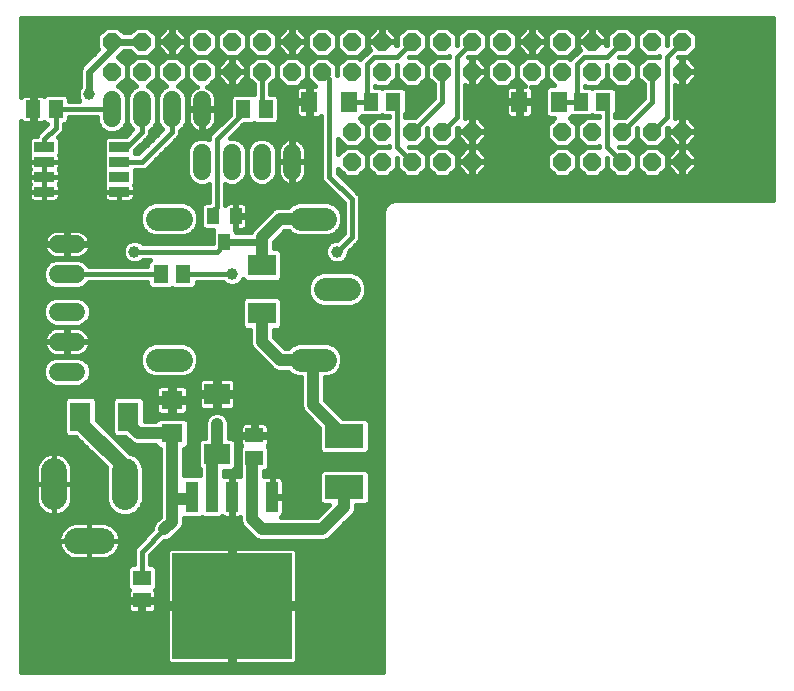
<source format=gbr>
G75*
%MOIN*%
%OFA0B0*%
%FSLAX25Y25*%
%IPPOS*%
%LPD*%
%AMOC8*
5,1,8,0,0,1.08239X$1,22.5*
%
%ADD10R,0.07087X0.06299*%
%ADD11R,0.05906X0.05118*%
%ADD12R,0.09449X0.07087*%
%ADD13R,0.08661X0.07087*%
%ADD14R,0.12992X0.07992*%
%ADD15OC8,0.06000*%
%ADD16C,0.06000*%
%ADD17C,0.07800*%
%ADD18R,0.03937X0.05512*%
%ADD19R,0.05118X0.05906*%
%ADD20R,0.04000X0.10300*%
%ADD21R,0.40000X0.35200*%
%ADD22C,0.08600*%
%ADD23R,0.06600X0.03200*%
%ADD24R,0.05512X0.07087*%
%ADD25R,0.07087X0.09449*%
%ADD26C,0.01600*%
%ADD27C,0.04000*%
%ADD28C,0.03937*%
%ADD29C,0.02400*%
%ADD30C,0.05600*%
%ADD31C,0.17780*%
%ADD32C,0.05000*%
D10*
X0090000Y0147922D03*
X0090000Y0158945D03*
D11*
X0117500Y0147174D03*
X0117500Y0139693D03*
X0080000Y0099674D03*
X0080000Y0092193D03*
D12*
X0120000Y0187961D03*
X0120000Y0203906D03*
D13*
X0105000Y0160973D03*
X0105000Y0140894D03*
D14*
X0147500Y0146937D03*
X0147500Y0129930D03*
D15*
X0150000Y0238434D03*
X0150000Y0248434D03*
X0160000Y0248434D03*
X0170000Y0248434D03*
X0170000Y0238434D03*
X0160000Y0238434D03*
X0180000Y0238434D03*
X0180000Y0248434D03*
X0190000Y0248434D03*
X0190000Y0238434D03*
X0190000Y0268434D03*
X0180000Y0268434D03*
X0180000Y0278434D03*
X0190000Y0278434D03*
X0200000Y0278434D03*
X0210000Y0278434D03*
X0220000Y0278434D03*
X0230000Y0278434D03*
X0240000Y0278434D03*
X0250000Y0278434D03*
X0260000Y0278434D03*
X0260000Y0268434D03*
X0250000Y0268434D03*
X0240000Y0268434D03*
X0230000Y0268434D03*
X0220000Y0268434D03*
X0210000Y0268434D03*
X0200000Y0268434D03*
X0220000Y0248434D03*
X0230000Y0248434D03*
X0240000Y0248434D03*
X0240000Y0238434D03*
X0230000Y0238434D03*
X0220000Y0238434D03*
X0250000Y0238434D03*
X0250000Y0248434D03*
X0260000Y0248434D03*
X0260000Y0238434D03*
X0170000Y0268434D03*
X0160000Y0268434D03*
X0150000Y0268434D03*
X0140000Y0268434D03*
X0140000Y0278434D03*
X0150000Y0278434D03*
X0160000Y0278434D03*
X0170000Y0278434D03*
X0130000Y0278434D03*
X0120000Y0278434D03*
X0110000Y0278434D03*
X0100000Y0278434D03*
X0090000Y0278434D03*
X0080000Y0278434D03*
X0070000Y0278434D03*
X0070000Y0268434D03*
X0080000Y0268434D03*
X0090000Y0268434D03*
X0100000Y0268434D03*
X0110000Y0268434D03*
X0120000Y0268434D03*
X0130000Y0268434D03*
D16*
X0130000Y0241434D02*
X0130000Y0235434D01*
X0120000Y0235434D02*
X0120000Y0241434D01*
X0110000Y0241434D02*
X0110000Y0235434D01*
X0100000Y0235434D02*
X0100000Y0241434D01*
X0100000Y0252934D02*
X0100000Y0258934D01*
X0090000Y0258934D02*
X0090000Y0252934D01*
X0080000Y0252934D02*
X0080000Y0258934D01*
X0070000Y0258934D02*
X0070000Y0252934D01*
X0058000Y0210934D02*
X0052000Y0210934D01*
X0052000Y0200934D02*
X0058000Y0200934D01*
X0058000Y0188434D02*
X0052000Y0188434D01*
X0052000Y0178434D02*
X0058000Y0178434D01*
X0058000Y0168434D02*
X0052000Y0168434D01*
D17*
X0085100Y0172434D02*
X0092900Y0172434D01*
X0133100Y0172434D02*
X0140900Y0172434D01*
X0141100Y0195934D02*
X0148900Y0195934D01*
X0140900Y0219434D02*
X0133100Y0219434D01*
X0092900Y0219434D02*
X0085100Y0219434D01*
D18*
X0103760Y0220264D03*
X0111240Y0220264D03*
X0107500Y0211603D03*
D19*
X0093740Y0200934D03*
X0086260Y0200934D03*
X0113760Y0255934D03*
X0121240Y0255934D03*
X0156260Y0258434D03*
X0163740Y0258434D03*
X0226260Y0258434D03*
X0233740Y0258434D03*
X0051240Y0255934D03*
X0043760Y0255934D03*
D20*
X0096600Y0126634D03*
X0103300Y0126634D03*
X0110000Y0126634D03*
X0116700Y0126634D03*
X0123400Y0126634D03*
D21*
X0110000Y0090334D03*
D22*
X0074311Y0126634D02*
X0074311Y0135234D01*
X0050689Y0135234D02*
X0050689Y0126634D01*
X0058200Y0112036D02*
X0066800Y0112036D01*
D23*
X0072500Y0228434D03*
X0072500Y0233434D03*
X0072500Y0238434D03*
X0072500Y0243434D03*
X0047500Y0243434D03*
X0047500Y0238434D03*
X0047500Y0233434D03*
X0047500Y0228434D03*
D24*
X0135807Y0258434D03*
X0149193Y0258434D03*
X0205807Y0258434D03*
X0219193Y0258434D03*
D25*
X0075472Y0153434D03*
X0059528Y0153434D03*
D26*
X0039800Y0068234D02*
X0039800Y0251836D01*
X0040096Y0251540D01*
X0040506Y0251303D01*
X0040964Y0251181D01*
X0043280Y0251181D01*
X0043280Y0255454D01*
X0044239Y0255454D01*
X0044239Y0251181D01*
X0046556Y0251181D01*
X0047014Y0251303D01*
X0047341Y0251492D01*
X0047853Y0250981D01*
X0048440Y0250981D01*
X0048440Y0250834D01*
X0045126Y0247520D01*
X0044925Y0247034D01*
X0043372Y0247034D01*
X0042200Y0245862D01*
X0042200Y0241005D01*
X0042513Y0240692D01*
X0042400Y0240271D01*
X0042400Y0238434D01*
X0047500Y0238434D01*
X0052600Y0238434D01*
X0052600Y0240271D01*
X0052487Y0240692D01*
X0052800Y0241005D01*
X0052800Y0245862D01*
X0052094Y0246568D01*
X0052826Y0247300D01*
X0053614Y0248088D01*
X0054040Y0249117D01*
X0054040Y0250981D01*
X0054628Y0250981D01*
X0055799Y0252152D01*
X0055799Y0253134D01*
X0065000Y0253134D01*
X0065000Y0251939D01*
X0065761Y0250101D01*
X0067168Y0248695D01*
X0069005Y0247934D01*
X0070995Y0247934D01*
X0072832Y0248695D01*
X0074239Y0250101D01*
X0075000Y0251939D01*
X0075761Y0250101D01*
X0076735Y0249128D01*
X0074640Y0247034D01*
X0068372Y0247034D01*
X0067200Y0245862D01*
X0067200Y0241005D01*
X0067272Y0240934D01*
X0067200Y0240862D01*
X0067200Y0236005D01*
X0067272Y0235934D01*
X0067200Y0235862D01*
X0067200Y0231005D01*
X0067513Y0230692D01*
X0067400Y0230271D01*
X0067400Y0228434D01*
X0072500Y0228434D01*
X0077600Y0228434D01*
X0077600Y0230271D01*
X0077487Y0230692D01*
X0077800Y0231005D01*
X0077800Y0235634D01*
X0080557Y0235634D01*
X0081586Y0236060D01*
X0091586Y0246060D01*
X0092374Y0246847D01*
X0092800Y0247877D01*
X0092800Y0248681D01*
X0092832Y0248695D01*
X0094239Y0250101D01*
X0095000Y0251939D01*
X0095000Y0259928D01*
X0094239Y0261766D01*
X0092832Y0263172D01*
X0092109Y0263472D01*
X0095000Y0266362D01*
X0095000Y0270505D01*
X0092071Y0273434D01*
X0087929Y0273434D01*
X0085000Y0270505D01*
X0085000Y0266362D01*
X0082109Y0263472D01*
X0082832Y0263172D01*
X0084239Y0261766D01*
X0085000Y0259928D01*
X0085000Y0251939D01*
X0084239Y0250101D01*
X0082832Y0248695D01*
X0082800Y0248681D01*
X0082800Y0247877D01*
X0082374Y0246847D01*
X0081586Y0246060D01*
X0077800Y0242274D01*
X0077800Y0241234D01*
X0078840Y0241234D01*
X0086735Y0249128D01*
X0085761Y0250101D01*
X0085000Y0251939D01*
X0085000Y0259928D01*
X0085761Y0261766D01*
X0087168Y0263172D01*
X0087891Y0263472D01*
X0085000Y0266362D01*
X0085000Y0270505D01*
X0082071Y0273434D01*
X0085000Y0276362D01*
X0085000Y0280505D01*
X0082071Y0283434D01*
X0077929Y0283434D01*
X0076129Y0281634D01*
X0073871Y0281634D01*
X0072071Y0283434D01*
X0067929Y0283434D01*
X0065000Y0280505D01*
X0065000Y0276362D01*
X0065452Y0275911D01*
X0059787Y0270246D01*
X0059300Y0269070D01*
X0059300Y0263346D01*
X0059136Y0263182D01*
X0058531Y0261723D01*
X0058531Y0260144D01*
X0059116Y0258734D01*
X0055799Y0258734D01*
X0055799Y0259715D01*
X0054628Y0260886D01*
X0047853Y0260886D01*
X0047341Y0260375D01*
X0047014Y0260564D01*
X0046556Y0260686D01*
X0044239Y0260686D01*
X0044239Y0256413D01*
X0043280Y0256413D01*
X0043280Y0260686D01*
X0040964Y0260686D01*
X0040506Y0260564D01*
X0040096Y0260327D01*
X0039800Y0260031D01*
X0039800Y0286134D01*
X0290200Y0286134D01*
X0290200Y0225734D01*
X0164045Y0225734D01*
X0162281Y0225003D01*
X0160931Y0223653D01*
X0160200Y0221888D01*
X0160200Y0068234D01*
X0039800Y0068234D01*
X0039800Y0069828D02*
X0160200Y0069828D01*
X0160200Y0071426D02*
X0131238Y0071426D01*
X0131105Y0071293D02*
X0131440Y0071628D01*
X0131677Y0072039D01*
X0131800Y0072497D01*
X0131800Y0089534D01*
X0110800Y0089534D01*
X0110800Y0091134D01*
X0109200Y0091134D01*
X0109200Y0109734D01*
X0089763Y0109734D01*
X0089305Y0109611D01*
X0088895Y0109374D01*
X0088560Y0109039D01*
X0088323Y0108628D01*
X0088200Y0108171D01*
X0088200Y0091134D01*
X0109200Y0091134D01*
X0109200Y0089534D01*
X0088200Y0089534D01*
X0088200Y0072497D01*
X0088323Y0072039D01*
X0088560Y0071628D01*
X0088895Y0071293D01*
X0089305Y0071056D01*
X0089763Y0070934D01*
X0109200Y0070934D01*
X0109200Y0089534D01*
X0110800Y0089534D01*
X0110800Y0070934D01*
X0130237Y0070934D01*
X0130695Y0071056D01*
X0131105Y0071293D01*
X0131800Y0073025D02*
X0160200Y0073025D01*
X0160200Y0074623D02*
X0131800Y0074623D01*
X0131800Y0076222D02*
X0160200Y0076222D01*
X0160200Y0077820D02*
X0131800Y0077820D01*
X0131800Y0079419D02*
X0160200Y0079419D01*
X0160200Y0081017D02*
X0131800Y0081017D01*
X0131800Y0082616D02*
X0160200Y0082616D01*
X0160200Y0084214D02*
X0131800Y0084214D01*
X0131800Y0085813D02*
X0160200Y0085813D01*
X0160200Y0087411D02*
X0131800Y0087411D01*
X0131800Y0089010D02*
X0160200Y0089010D01*
X0160200Y0090608D02*
X0110800Y0090608D01*
X0110800Y0091134D02*
X0131800Y0091134D01*
X0131800Y0108171D01*
X0131677Y0108628D01*
X0131440Y0109039D01*
X0131105Y0109374D01*
X0130695Y0109611D01*
X0130237Y0109734D01*
X0110800Y0109734D01*
X0110800Y0091134D01*
X0110800Y0092207D02*
X0109200Y0092207D01*
X0109200Y0093805D02*
X0110800Y0093805D01*
X0110800Y0095404D02*
X0109200Y0095404D01*
X0109200Y0097002D02*
X0110800Y0097002D01*
X0110800Y0098601D02*
X0109200Y0098601D01*
X0109200Y0100199D02*
X0110800Y0100199D01*
X0110800Y0101798D02*
X0109200Y0101798D01*
X0109200Y0103396D02*
X0110800Y0103396D01*
X0110800Y0104995D02*
X0109200Y0104995D01*
X0109200Y0106593D02*
X0110800Y0106593D01*
X0110800Y0108192D02*
X0109200Y0108192D01*
X0115691Y0114586D02*
X0091809Y0114586D01*
X0093391Y0116168D02*
X0094000Y0117638D01*
X0094000Y0119484D01*
X0099428Y0119484D01*
X0099950Y0120005D01*
X0100472Y0119484D01*
X0106128Y0119484D01*
X0106791Y0120147D01*
X0106895Y0120043D01*
X0107305Y0119806D01*
X0107763Y0119684D01*
X0109800Y0119684D01*
X0109800Y0126433D01*
X0110200Y0126433D01*
X0110200Y0119684D01*
X0112237Y0119684D01*
X0112695Y0119806D01*
X0112700Y0119809D01*
X0112700Y0118438D01*
X0113309Y0116968D01*
X0114434Y0115843D01*
X0117734Y0112543D01*
X0119204Y0111934D01*
X0140796Y0111934D01*
X0142266Y0112543D01*
X0150891Y0121168D01*
X0151500Y0122638D01*
X0151500Y0123934D01*
X0154824Y0123934D01*
X0155996Y0125105D01*
X0155996Y0134754D01*
X0154824Y0135926D01*
X0140176Y0135926D01*
X0139004Y0134754D01*
X0139004Y0125105D01*
X0140176Y0123934D01*
X0142343Y0123934D01*
X0138343Y0119934D01*
X0126315Y0119934D01*
X0126505Y0120043D01*
X0126840Y0120378D01*
X0127077Y0120789D01*
X0127200Y0121247D01*
X0127200Y0126434D01*
X0123600Y0126434D01*
X0123600Y0126834D01*
X0123200Y0126834D01*
X0123200Y0133584D01*
X0121163Y0133584D01*
X0120705Y0133461D01*
X0120700Y0133458D01*
X0120700Y0135134D01*
X0121281Y0135134D01*
X0122453Y0136306D01*
X0122453Y0143081D01*
X0121941Y0143593D01*
X0122130Y0143920D01*
X0122253Y0144378D01*
X0122253Y0146694D01*
X0117980Y0146694D01*
X0117980Y0147653D01*
X0122253Y0147653D01*
X0122253Y0149970D01*
X0122130Y0150428D01*
X0121893Y0150838D01*
X0121558Y0151173D01*
X0121148Y0151410D01*
X0120690Y0151533D01*
X0117980Y0151533D01*
X0117980Y0147653D01*
X0117020Y0147653D01*
X0117020Y0146694D01*
X0112747Y0146694D01*
X0112747Y0144378D01*
X0112870Y0143920D01*
X0113059Y0143593D01*
X0112547Y0143081D01*
X0112547Y0136306D01*
X0112700Y0136153D01*
X0112700Y0133458D01*
X0112695Y0133461D01*
X0112237Y0133584D01*
X0110200Y0133584D01*
X0110200Y0126834D01*
X0109800Y0126834D01*
X0109800Y0133584D01*
X0107763Y0133584D01*
X0107305Y0133461D01*
X0107300Y0133458D01*
X0107300Y0135351D01*
X0110159Y0135351D01*
X0111331Y0136522D01*
X0111331Y0145266D01*
X0110159Y0146437D01*
X0109000Y0146437D01*
X0109000Y0151729D01*
X0108391Y0153199D01*
X0107266Y0154325D01*
X0105796Y0154934D01*
X0104204Y0154934D01*
X0102734Y0154325D01*
X0101609Y0153199D01*
X0101000Y0151729D01*
X0101000Y0146437D01*
X0099841Y0146437D01*
X0098669Y0145266D01*
X0098669Y0136522D01*
X0099300Y0135892D01*
X0099300Y0133784D01*
X0094000Y0133784D01*
X0094000Y0142772D01*
X0094372Y0142772D01*
X0095543Y0143944D01*
X0095543Y0151900D01*
X0094372Y0153071D01*
X0085628Y0153071D01*
X0084479Y0151922D01*
X0081016Y0151922D01*
X0081016Y0158986D01*
X0079844Y0160158D01*
X0071101Y0160158D01*
X0069929Y0158986D01*
X0069929Y0147881D01*
X0071101Y0146709D01*
X0074355Y0146709D01*
X0076533Y0144531D01*
X0078004Y0143922D01*
X0084479Y0143922D01*
X0085628Y0142772D01*
X0086000Y0142772D01*
X0086000Y0120090D01*
X0084109Y0118199D01*
X0083500Y0116729D01*
X0083500Y0115893D01*
X0077626Y0110020D01*
X0077200Y0108991D01*
X0077200Y0104233D01*
X0076219Y0104233D01*
X0075047Y0103061D01*
X0075047Y0096286D01*
X0075559Y0095775D01*
X0075370Y0095447D01*
X0075247Y0094989D01*
X0075247Y0092673D01*
X0079520Y0092673D01*
X0079520Y0091714D01*
X0075247Y0091714D01*
X0075247Y0089397D01*
X0075370Y0088940D01*
X0075607Y0088529D01*
X0075942Y0088194D01*
X0076352Y0087957D01*
X0076810Y0087834D01*
X0079520Y0087834D01*
X0079520Y0091714D01*
X0080480Y0091714D01*
X0080480Y0092673D01*
X0084753Y0092673D01*
X0084753Y0094989D01*
X0084630Y0095447D01*
X0084441Y0095775D01*
X0084953Y0096286D01*
X0084953Y0103061D01*
X0083781Y0104233D01*
X0082800Y0104233D01*
X0082800Y0107274D01*
X0087460Y0111934D01*
X0088296Y0111934D01*
X0089766Y0112543D01*
X0093391Y0116168D01*
X0093398Y0116184D02*
X0114092Y0116184D01*
X0112971Y0117783D02*
X0094000Y0117783D01*
X0094000Y0119381D02*
X0112700Y0119381D01*
X0110200Y0120980D02*
X0109800Y0120980D01*
X0109800Y0122578D02*
X0110200Y0122578D01*
X0110200Y0124177D02*
X0109800Y0124177D01*
X0109800Y0125775D02*
X0110200Y0125775D01*
X0110200Y0127374D02*
X0109800Y0127374D01*
X0109800Y0128973D02*
X0110200Y0128973D01*
X0110200Y0130571D02*
X0109800Y0130571D01*
X0109800Y0132170D02*
X0110200Y0132170D01*
X0112700Y0133768D02*
X0107300Y0133768D01*
X0110175Y0135367D02*
X0112700Y0135367D01*
X0112547Y0136965D02*
X0111331Y0136965D01*
X0111331Y0138564D02*
X0112547Y0138564D01*
X0112547Y0140162D02*
X0111331Y0140162D01*
X0111331Y0141761D02*
X0112547Y0141761D01*
X0112826Y0143359D02*
X0111331Y0143359D01*
X0111331Y0144958D02*
X0112747Y0144958D01*
X0112747Y0146556D02*
X0109000Y0146556D01*
X0109000Y0148155D02*
X0112747Y0148155D01*
X0112747Y0147653D02*
X0117020Y0147653D01*
X0117020Y0151533D01*
X0114310Y0151533D01*
X0113852Y0151410D01*
X0113442Y0151173D01*
X0113107Y0150838D01*
X0112870Y0150428D01*
X0112747Y0149970D01*
X0112747Y0147653D01*
X0112747Y0149753D02*
X0109000Y0149753D01*
X0109000Y0151352D02*
X0113751Y0151352D01*
X0117020Y0151352D02*
X0117980Y0151352D01*
X0117980Y0149753D02*
X0117020Y0149753D01*
X0117020Y0148155D02*
X0117980Y0148155D01*
X0121249Y0151352D02*
X0137429Y0151352D01*
X0139004Y0149777D02*
X0139004Y0142113D01*
X0140176Y0140941D01*
X0154824Y0140941D01*
X0155996Y0142113D01*
X0155996Y0151762D01*
X0154824Y0152934D01*
X0147161Y0152934D01*
X0141000Y0159094D01*
X0141000Y0166534D01*
X0142074Y0166534D01*
X0144242Y0167432D01*
X0145902Y0169091D01*
X0146800Y0171260D01*
X0146800Y0173607D01*
X0145902Y0175776D01*
X0144242Y0177435D01*
X0142074Y0178334D01*
X0131926Y0178334D01*
X0129758Y0177435D01*
X0128756Y0176434D01*
X0127657Y0176434D01*
X0124000Y0180090D01*
X0124000Y0182418D01*
X0125553Y0182418D01*
X0126724Y0183589D01*
X0126724Y0192333D01*
X0125553Y0193504D01*
X0114447Y0193504D01*
X0113276Y0192333D01*
X0113276Y0183589D01*
X0114447Y0182418D01*
X0116000Y0182418D01*
X0116000Y0177638D01*
X0116609Y0176168D01*
X0122609Y0170168D01*
X0123734Y0169043D01*
X0125204Y0168434D01*
X0128756Y0168434D01*
X0129758Y0167432D01*
X0131926Y0166534D01*
X0133000Y0166534D01*
X0133000Y0156642D01*
X0133609Y0155172D01*
X0139004Y0149777D01*
X0139004Y0149753D02*
X0122253Y0149753D01*
X0122253Y0148155D02*
X0139004Y0148155D01*
X0139004Y0146556D02*
X0122253Y0146556D01*
X0122253Y0144958D02*
X0139004Y0144958D01*
X0139004Y0143359D02*
X0122174Y0143359D01*
X0122453Y0141761D02*
X0139356Y0141761D01*
X0139616Y0135367D02*
X0121513Y0135367D01*
X0120700Y0133768D02*
X0139004Y0133768D01*
X0139004Y0132170D02*
X0127160Y0132170D01*
X0127200Y0132021D02*
X0127077Y0132478D01*
X0126840Y0132889D01*
X0126505Y0133224D01*
X0126095Y0133461D01*
X0125637Y0133584D01*
X0123600Y0133584D01*
X0123600Y0126834D01*
X0127200Y0126834D01*
X0127200Y0132021D01*
X0127200Y0130571D02*
X0139004Y0130571D01*
X0139004Y0128973D02*
X0127200Y0128973D01*
X0127200Y0127374D02*
X0139004Y0127374D01*
X0139004Y0125775D02*
X0127200Y0125775D01*
X0127200Y0124177D02*
X0139932Y0124177D01*
X0140988Y0122578D02*
X0127200Y0122578D01*
X0127129Y0120980D02*
X0139390Y0120980D01*
X0144309Y0114586D02*
X0160200Y0114586D01*
X0160200Y0116184D02*
X0145908Y0116184D01*
X0147506Y0117783D02*
X0160200Y0117783D01*
X0160200Y0119381D02*
X0149105Y0119381D01*
X0150703Y0120980D02*
X0160200Y0120980D01*
X0160200Y0122578D02*
X0151475Y0122578D01*
X0155068Y0124177D02*
X0160200Y0124177D01*
X0160200Y0125775D02*
X0155996Y0125775D01*
X0155996Y0127374D02*
X0160200Y0127374D01*
X0160200Y0128973D02*
X0155996Y0128973D01*
X0155996Y0130571D02*
X0160200Y0130571D01*
X0160200Y0132170D02*
X0155996Y0132170D01*
X0155996Y0133768D02*
X0160200Y0133768D01*
X0160200Y0135367D02*
X0155384Y0135367D01*
X0160200Y0136965D02*
X0122453Y0136965D01*
X0122453Y0138564D02*
X0160200Y0138564D01*
X0160200Y0140162D02*
X0122453Y0140162D01*
X0123200Y0132170D02*
X0123600Y0132170D01*
X0123600Y0130571D02*
X0123200Y0130571D01*
X0123200Y0128973D02*
X0123600Y0128973D01*
X0123600Y0127374D02*
X0123200Y0127374D01*
X0117289Y0112987D02*
X0090211Y0112987D01*
X0086915Y0111389D02*
X0160200Y0111389D01*
X0160200Y0112987D02*
X0142711Y0112987D01*
X0131794Y0108192D02*
X0160200Y0108192D01*
X0160200Y0109790D02*
X0085317Y0109790D01*
X0083718Y0108192D02*
X0088206Y0108192D01*
X0088200Y0106593D02*
X0082800Y0106593D01*
X0082800Y0104995D02*
X0088200Y0104995D01*
X0088200Y0103396D02*
X0084618Y0103396D01*
X0084953Y0101798D02*
X0088200Y0101798D01*
X0088200Y0100199D02*
X0084953Y0100199D01*
X0084953Y0098601D02*
X0088200Y0098601D01*
X0088200Y0097002D02*
X0084953Y0097002D01*
X0084642Y0095404D02*
X0088200Y0095404D01*
X0088200Y0093805D02*
X0084753Y0093805D01*
X0084753Y0091714D02*
X0080480Y0091714D01*
X0080480Y0087834D01*
X0083190Y0087834D01*
X0083648Y0087957D01*
X0084058Y0088194D01*
X0084393Y0088529D01*
X0084630Y0088940D01*
X0084753Y0089397D01*
X0084753Y0091714D01*
X0084753Y0090608D02*
X0109200Y0090608D01*
X0109200Y0089010D02*
X0110800Y0089010D01*
X0110800Y0087411D02*
X0109200Y0087411D01*
X0109200Y0085813D02*
X0110800Y0085813D01*
X0110800Y0084214D02*
X0109200Y0084214D01*
X0109200Y0082616D02*
X0110800Y0082616D01*
X0110800Y0081017D02*
X0109200Y0081017D01*
X0109200Y0079419D02*
X0110800Y0079419D01*
X0110800Y0077820D02*
X0109200Y0077820D01*
X0109200Y0076222D02*
X0110800Y0076222D01*
X0110800Y0074623D02*
X0109200Y0074623D01*
X0109200Y0073025D02*
X0110800Y0073025D01*
X0110800Y0071426D02*
X0109200Y0071426D01*
X0088762Y0071426D02*
X0039800Y0071426D01*
X0039800Y0073025D02*
X0088200Y0073025D01*
X0088200Y0074623D02*
X0039800Y0074623D01*
X0039800Y0076222D02*
X0088200Y0076222D01*
X0088200Y0077820D02*
X0039800Y0077820D01*
X0039800Y0079419D02*
X0088200Y0079419D01*
X0088200Y0081017D02*
X0039800Y0081017D01*
X0039800Y0082616D02*
X0088200Y0082616D01*
X0088200Y0084214D02*
X0039800Y0084214D01*
X0039800Y0085813D02*
X0088200Y0085813D01*
X0088200Y0087411D02*
X0039800Y0087411D01*
X0039800Y0089010D02*
X0075351Y0089010D01*
X0075247Y0090608D02*
X0039800Y0090608D01*
X0039800Y0092207D02*
X0079520Y0092207D01*
X0080480Y0092207D02*
X0088200Y0092207D01*
X0088200Y0089010D02*
X0084649Y0089010D01*
X0080480Y0089010D02*
X0079520Y0089010D01*
X0079520Y0090608D02*
X0080480Y0090608D01*
X0075247Y0093805D02*
X0039800Y0093805D01*
X0039800Y0095404D02*
X0075358Y0095404D01*
X0075047Y0097002D02*
X0039800Y0097002D01*
X0039800Y0098601D02*
X0075047Y0098601D01*
X0075047Y0100199D02*
X0039800Y0100199D01*
X0039800Y0101798D02*
X0075047Y0101798D01*
X0075382Y0103396D02*
X0039800Y0103396D01*
X0039800Y0104995D02*
X0077200Y0104995D01*
X0077200Y0106593D02*
X0069555Y0106593D01*
X0069142Y0106383D02*
X0069997Y0106819D01*
X0070774Y0107383D01*
X0071453Y0108062D01*
X0072017Y0108839D01*
X0072453Y0109694D01*
X0072750Y0110607D01*
X0072900Y0111556D01*
X0072900Y0112036D01*
X0072900Y0112516D01*
X0072750Y0113464D01*
X0072453Y0114377D01*
X0072017Y0115233D01*
X0071453Y0116010D01*
X0070774Y0116689D01*
X0069997Y0117253D01*
X0069142Y0117689D01*
X0068228Y0117986D01*
X0067280Y0118136D01*
X0062500Y0118136D01*
X0062500Y0112036D01*
X0062500Y0112036D01*
X0062500Y0118136D01*
X0057720Y0118136D01*
X0056772Y0117986D01*
X0055858Y0117689D01*
X0055003Y0117253D01*
X0054226Y0116689D01*
X0053547Y0116010D01*
X0052983Y0115233D01*
X0052547Y0114377D01*
X0052250Y0113464D01*
X0052100Y0112516D01*
X0052100Y0112036D01*
X0062500Y0112036D01*
X0072900Y0112036D01*
X0062500Y0112036D01*
X0062500Y0112036D01*
X0062500Y0112036D01*
X0052100Y0112036D01*
X0052100Y0111556D01*
X0052250Y0110607D01*
X0052547Y0109694D01*
X0052983Y0108839D01*
X0053547Y0108062D01*
X0054226Y0107383D01*
X0055003Y0106819D01*
X0055858Y0106383D01*
X0056772Y0106086D01*
X0057720Y0105936D01*
X0062500Y0105936D01*
X0067280Y0105936D01*
X0068228Y0106086D01*
X0069142Y0106383D01*
X0071547Y0108192D02*
X0077200Y0108192D01*
X0077531Y0109790D02*
X0072484Y0109790D01*
X0072874Y0111389D02*
X0078996Y0111389D01*
X0080594Y0112987D02*
X0072825Y0112987D01*
X0072347Y0114586D02*
X0082193Y0114586D01*
X0083500Y0116184D02*
X0071278Y0116184D01*
X0068852Y0117783D02*
X0083936Y0117783D01*
X0085291Y0119381D02*
X0039800Y0119381D01*
X0039800Y0117783D02*
X0056148Y0117783D01*
X0053722Y0116184D02*
X0039800Y0116184D01*
X0039800Y0114586D02*
X0052653Y0114586D01*
X0052175Y0112987D02*
X0039800Y0112987D01*
X0039800Y0111389D02*
X0052126Y0111389D01*
X0052516Y0109790D02*
X0039800Y0109790D01*
X0039800Y0108192D02*
X0053453Y0108192D01*
X0055445Y0106593D02*
X0039800Y0106593D01*
X0039800Y0120980D02*
X0048349Y0120980D01*
X0048347Y0120980D02*
X0049261Y0120684D01*
X0050209Y0120534D01*
X0050689Y0120534D01*
X0051169Y0120534D01*
X0052117Y0120684D01*
X0053031Y0120980D01*
X0053886Y0121416D01*
X0054663Y0121981D01*
X0055342Y0122660D01*
X0055906Y0123436D01*
X0056342Y0124292D01*
X0056639Y0125205D01*
X0056789Y0126153D01*
X0056789Y0130933D01*
X0050689Y0130933D01*
X0050689Y0120534D01*
X0050689Y0130933D01*
X0050689Y0130933D01*
X0050689Y0130934D01*
X0050689Y0130934D01*
X0050689Y0141334D01*
X0050209Y0141334D01*
X0049261Y0141183D01*
X0048347Y0140887D01*
X0047492Y0140451D01*
X0046715Y0139886D01*
X0046036Y0139207D01*
X0045472Y0138431D01*
X0045036Y0137575D01*
X0044739Y0136662D01*
X0044589Y0135714D01*
X0044589Y0130934D01*
X0050689Y0130934D01*
X0050689Y0141334D01*
X0051169Y0141334D01*
X0052117Y0141183D01*
X0053031Y0140887D01*
X0053886Y0140451D01*
X0054663Y0139886D01*
X0055342Y0139207D01*
X0055906Y0138431D01*
X0056342Y0137575D01*
X0056639Y0136662D01*
X0056789Y0135714D01*
X0056789Y0130934D01*
X0050689Y0130934D01*
X0050689Y0130933D01*
X0044589Y0130933D01*
X0044589Y0126153D01*
X0044739Y0125205D01*
X0045036Y0124292D01*
X0045472Y0123436D01*
X0046036Y0122660D01*
X0046715Y0121981D01*
X0047492Y0121416D01*
X0048347Y0120980D01*
X0050689Y0120980D02*
X0050689Y0120980D01*
X0050689Y0122578D02*
X0050689Y0122578D01*
X0050689Y0124177D02*
X0050689Y0124177D01*
X0050689Y0125775D02*
X0050689Y0125775D01*
X0050689Y0127374D02*
X0050689Y0127374D01*
X0050689Y0128973D02*
X0050689Y0128973D01*
X0050689Y0130571D02*
X0050689Y0130571D01*
X0050689Y0132170D02*
X0050689Y0132170D01*
X0050689Y0133768D02*
X0050689Y0133768D01*
X0050689Y0135367D02*
X0050689Y0135367D01*
X0050689Y0136965D02*
X0050689Y0136965D01*
X0050689Y0138564D02*
X0050689Y0138564D01*
X0050689Y0140162D02*
X0050689Y0140162D01*
X0054283Y0140162D02*
X0064407Y0140162D01*
X0062809Y0141761D02*
X0039800Y0141761D01*
X0039800Y0143359D02*
X0061210Y0143359D01*
X0059612Y0144958D02*
X0039800Y0144958D01*
X0039800Y0146556D02*
X0058013Y0146556D01*
X0057860Y0146709D02*
X0068032Y0136538D01*
X0068011Y0136487D01*
X0068011Y0125380D01*
X0068970Y0123065D01*
X0070742Y0121293D01*
X0073058Y0120334D01*
X0075564Y0120334D01*
X0077880Y0121293D01*
X0079652Y0123065D01*
X0080611Y0125380D01*
X0080611Y0136487D01*
X0079652Y0138802D01*
X0077880Y0140574D01*
X0075905Y0141392D01*
X0065071Y0152227D01*
X0065071Y0158986D01*
X0063899Y0160158D01*
X0055156Y0160158D01*
X0053984Y0158986D01*
X0053984Y0147881D01*
X0055156Y0146709D01*
X0057860Y0146709D01*
X0053984Y0148155D02*
X0039800Y0148155D01*
X0039800Y0149753D02*
X0053984Y0149753D01*
X0053984Y0151352D02*
X0039800Y0151352D01*
X0039800Y0152950D02*
X0053984Y0152950D01*
X0053984Y0154549D02*
X0039800Y0154549D01*
X0039800Y0156147D02*
X0053984Y0156147D01*
X0053984Y0157746D02*
X0039800Y0157746D01*
X0039800Y0159344D02*
X0054342Y0159344D01*
X0051005Y0163434D02*
X0058995Y0163434D01*
X0060832Y0164195D01*
X0062239Y0165601D01*
X0063000Y0167439D01*
X0063000Y0169428D01*
X0062239Y0171266D01*
X0060832Y0172672D01*
X0058995Y0173434D01*
X0051005Y0173434D01*
X0049168Y0172672D01*
X0047761Y0171266D01*
X0047000Y0169428D01*
X0047000Y0167439D01*
X0047761Y0165601D01*
X0049168Y0164195D01*
X0051005Y0163434D01*
X0049300Y0164140D02*
X0039800Y0164140D01*
X0039800Y0165738D02*
X0047704Y0165738D01*
X0047042Y0167337D02*
X0039800Y0167337D01*
X0039800Y0168935D02*
X0047000Y0168935D01*
X0047458Y0170534D02*
X0039800Y0170534D01*
X0039800Y0172132D02*
X0048628Y0172132D01*
X0049484Y0174328D02*
X0050157Y0173985D01*
X0050876Y0173752D01*
X0051622Y0173634D01*
X0054800Y0173634D01*
X0054800Y0178233D01*
X0055200Y0178233D01*
X0055200Y0173634D01*
X0058378Y0173634D01*
X0059124Y0173752D01*
X0059843Y0173985D01*
X0060516Y0174328D01*
X0061127Y0174772D01*
X0061661Y0175307D01*
X0062105Y0175918D01*
X0062448Y0176591D01*
X0062682Y0177310D01*
X0062800Y0178056D01*
X0062800Y0178234D01*
X0055200Y0178234D01*
X0055200Y0178634D01*
X0054800Y0178634D01*
X0054800Y0183234D01*
X0051622Y0183234D01*
X0050876Y0183115D01*
X0050157Y0182882D01*
X0049484Y0182539D01*
X0048873Y0182095D01*
X0048339Y0181561D01*
X0047895Y0180949D01*
X0047552Y0180276D01*
X0047318Y0179558D01*
X0047200Y0178811D01*
X0047200Y0178634D01*
X0054800Y0178634D01*
X0054800Y0178234D01*
X0047200Y0178234D01*
X0047200Y0178056D01*
X0047318Y0177310D01*
X0047552Y0176591D01*
X0047895Y0175918D01*
X0048339Y0175307D01*
X0048873Y0174772D01*
X0049484Y0174328D01*
X0048322Y0175329D02*
X0039800Y0175329D01*
X0039800Y0173731D02*
X0051008Y0173731D01*
X0047442Y0176928D02*
X0039800Y0176928D01*
X0039800Y0178526D02*
X0054800Y0178526D01*
X0055200Y0178526D02*
X0116000Y0178526D01*
X0116000Y0180125D02*
X0062497Y0180125D01*
X0062448Y0180276D02*
X0062105Y0180949D01*
X0061661Y0181561D01*
X0061127Y0182095D01*
X0060516Y0182539D01*
X0059843Y0182882D01*
X0059124Y0183115D01*
X0058378Y0183234D01*
X0055200Y0183234D01*
X0055200Y0178634D01*
X0062800Y0178634D01*
X0062800Y0178811D01*
X0062682Y0179558D01*
X0062448Y0180276D01*
X0061498Y0181723D02*
X0116000Y0181723D01*
X0113543Y0183322D02*
X0039800Y0183322D01*
X0039800Y0184920D02*
X0048442Y0184920D01*
X0047761Y0185601D02*
X0049168Y0184195D01*
X0051005Y0183434D01*
X0058995Y0183434D01*
X0060832Y0184195D01*
X0062239Y0185601D01*
X0063000Y0187439D01*
X0063000Y0189428D01*
X0062239Y0191266D01*
X0060832Y0192672D01*
X0058995Y0193434D01*
X0051005Y0193434D01*
X0049168Y0192672D01*
X0047761Y0191266D01*
X0047000Y0189428D01*
X0047000Y0187439D01*
X0047761Y0185601D01*
X0047381Y0186519D02*
X0039800Y0186519D01*
X0039800Y0188117D02*
X0047000Y0188117D01*
X0047119Y0189716D02*
X0039800Y0189716D01*
X0039800Y0191314D02*
X0047810Y0191314D01*
X0049749Y0192913D02*
X0039800Y0192913D01*
X0039800Y0194511D02*
X0135303Y0194511D01*
X0135200Y0194760D02*
X0136098Y0192591D01*
X0137758Y0190932D01*
X0139926Y0190034D01*
X0150074Y0190034D01*
X0152242Y0190932D01*
X0153902Y0192591D01*
X0154800Y0194760D01*
X0154800Y0197107D01*
X0153902Y0199276D01*
X0152242Y0200935D01*
X0150074Y0201834D01*
X0139926Y0201834D01*
X0137758Y0200935D01*
X0136098Y0199276D01*
X0135200Y0197107D01*
X0135200Y0194760D01*
X0135200Y0196110D02*
X0097257Y0196110D01*
X0097128Y0195981D02*
X0098299Y0197152D01*
X0098299Y0198134D01*
X0107188Y0198134D01*
X0107752Y0197569D01*
X0109211Y0196965D01*
X0110789Y0196965D01*
X0112248Y0197569D01*
X0113364Y0198686D01*
X0113587Y0199223D01*
X0114447Y0198363D01*
X0125553Y0198363D01*
X0126724Y0199534D01*
X0126724Y0208278D01*
X0125553Y0209449D01*
X0124000Y0209449D01*
X0124000Y0211777D01*
X0127657Y0215434D01*
X0128756Y0215434D01*
X0129758Y0214432D01*
X0131926Y0213534D01*
X0142074Y0213534D01*
X0144242Y0214432D01*
X0145902Y0216091D01*
X0146800Y0218260D01*
X0146800Y0220607D01*
X0145902Y0222776D01*
X0144242Y0224435D01*
X0142074Y0225334D01*
X0131926Y0225334D01*
X0129758Y0224435D01*
X0128756Y0223434D01*
X0125204Y0223434D01*
X0123734Y0222825D01*
X0122609Y0221699D01*
X0116609Y0215699D01*
X0116238Y0214803D01*
X0111468Y0214803D01*
X0111468Y0215187D01*
X0110947Y0215708D01*
X0111056Y0215708D01*
X0111056Y0220080D01*
X0111424Y0220080D01*
X0111424Y0215708D01*
X0113446Y0215708D01*
X0113903Y0215831D01*
X0114314Y0216068D01*
X0114649Y0216403D01*
X0114886Y0216814D01*
X0115009Y0217271D01*
X0115009Y0220080D01*
X0111424Y0220080D01*
X0111424Y0220449D01*
X0111056Y0220449D01*
X0111056Y0224820D01*
X0109035Y0224820D01*
X0108577Y0224697D01*
X0108166Y0224461D01*
X0107831Y0224125D01*
X0107800Y0224071D01*
X0107800Y0230933D01*
X0109005Y0230434D01*
X0110995Y0230434D01*
X0112832Y0231195D01*
X0114239Y0232601D01*
X0115000Y0234439D01*
X0115761Y0232601D01*
X0117168Y0231195D01*
X0119005Y0230434D01*
X0120995Y0230434D01*
X0122832Y0231195D01*
X0124239Y0232601D01*
X0125000Y0234439D01*
X0125000Y0242428D01*
X0124239Y0244266D01*
X0122832Y0245672D01*
X0120995Y0246434D01*
X0119005Y0246434D01*
X0117168Y0245672D01*
X0115761Y0244266D01*
X0115000Y0242428D01*
X0115000Y0234439D01*
X0115000Y0242428D01*
X0114239Y0244266D01*
X0112832Y0245672D01*
X0110995Y0246434D01*
X0109460Y0246434D01*
X0114007Y0250981D01*
X0117147Y0250981D01*
X0117500Y0251333D01*
X0117853Y0250981D01*
X0124628Y0250981D01*
X0125799Y0252152D01*
X0125799Y0259715D01*
X0124628Y0260886D01*
X0122800Y0260886D01*
X0122800Y0264163D01*
X0125000Y0266362D01*
X0125000Y0270505D01*
X0122071Y0273434D01*
X0125000Y0276362D01*
X0125000Y0280505D01*
X0122071Y0283434D01*
X0117929Y0283434D01*
X0115000Y0280505D01*
X0115000Y0276362D01*
X0117929Y0273434D01*
X0122071Y0273434D01*
X0117929Y0273434D01*
X0115000Y0270505D01*
X0115000Y0266362D01*
X0117200Y0264163D01*
X0117200Y0260834D01*
X0117147Y0260886D01*
X0110372Y0260886D01*
X0109201Y0259715D01*
X0109201Y0254094D01*
X0102626Y0247520D01*
X0102200Y0246491D01*
X0102200Y0245934D01*
X0100995Y0246434D01*
X0099005Y0246434D01*
X0097168Y0245672D01*
X0095761Y0244266D01*
X0095000Y0242428D01*
X0095000Y0234439D01*
X0095761Y0232601D01*
X0097168Y0231195D01*
X0099005Y0230434D01*
X0100995Y0230434D01*
X0102200Y0230933D01*
X0102200Y0225020D01*
X0100963Y0225020D01*
X0099791Y0223849D01*
X0099791Y0216680D01*
X0100963Y0215508D01*
X0103853Y0215508D01*
X0103531Y0215187D01*
X0103531Y0211234D01*
X0080312Y0211234D01*
X0079748Y0211798D01*
X0078289Y0212402D01*
X0076711Y0212402D01*
X0075252Y0211798D01*
X0074136Y0210682D01*
X0073531Y0209223D01*
X0073531Y0207644D01*
X0074136Y0206186D01*
X0075252Y0205069D01*
X0076711Y0204465D01*
X0078289Y0204465D01*
X0079748Y0205069D01*
X0080312Y0205634D01*
X0082620Y0205634D01*
X0081701Y0204715D01*
X0081701Y0203734D01*
X0062252Y0203734D01*
X0062239Y0203766D01*
X0060832Y0205172D01*
X0058995Y0205934D01*
X0051005Y0205934D01*
X0049168Y0205172D01*
X0047761Y0203766D01*
X0047000Y0201928D01*
X0047000Y0199939D01*
X0047761Y0198101D01*
X0049168Y0196695D01*
X0051005Y0195934D01*
X0058995Y0195934D01*
X0060832Y0196695D01*
X0062239Y0198101D01*
X0062252Y0198134D01*
X0081701Y0198134D01*
X0081701Y0197152D01*
X0082872Y0195981D01*
X0089647Y0195981D01*
X0090000Y0196333D01*
X0090353Y0195981D01*
X0097128Y0195981D01*
X0098299Y0197709D02*
X0107613Y0197709D01*
X0110000Y0200934D02*
X0093740Y0200934D01*
X0090223Y0196110D02*
X0089777Y0196110D01*
X0086260Y0200934D02*
X0055000Y0200934D01*
X0054800Y0206134D02*
X0051622Y0206134D01*
X0050876Y0206252D01*
X0050157Y0206485D01*
X0049484Y0206828D01*
X0048873Y0207272D01*
X0048339Y0207807D01*
X0047895Y0208418D01*
X0047552Y0209091D01*
X0047318Y0209810D01*
X0047200Y0210556D01*
X0047200Y0210734D01*
X0054800Y0210734D01*
X0054800Y0211134D01*
X0054800Y0215734D01*
X0051622Y0215734D01*
X0050876Y0215615D01*
X0050157Y0215382D01*
X0049484Y0215039D01*
X0048873Y0214595D01*
X0048339Y0214061D01*
X0047895Y0213449D01*
X0047552Y0212776D01*
X0047318Y0212058D01*
X0047200Y0211311D01*
X0047200Y0211134D01*
X0054800Y0211134D01*
X0055200Y0211134D01*
X0055200Y0215734D01*
X0058378Y0215734D01*
X0059124Y0215615D01*
X0059843Y0215382D01*
X0060516Y0215039D01*
X0061127Y0214595D01*
X0061661Y0214061D01*
X0062105Y0213449D01*
X0062448Y0212776D01*
X0062682Y0212058D01*
X0062800Y0211311D01*
X0062800Y0211134D01*
X0055200Y0211134D01*
X0055200Y0210734D01*
X0062800Y0210734D01*
X0062800Y0210556D01*
X0062682Y0209810D01*
X0062448Y0209091D01*
X0062105Y0208418D01*
X0061661Y0207807D01*
X0061127Y0207272D01*
X0060516Y0206828D01*
X0059843Y0206485D01*
X0059124Y0206252D01*
X0058378Y0206134D01*
X0055200Y0206134D01*
X0055200Y0210733D01*
X0054800Y0210733D01*
X0054800Y0206134D01*
X0054800Y0207300D02*
X0055200Y0207300D01*
X0055200Y0208898D02*
X0054800Y0208898D01*
X0054800Y0210497D02*
X0055200Y0210497D01*
X0055200Y0212095D02*
X0054800Y0212095D01*
X0054800Y0213694D02*
X0055200Y0213694D01*
X0055200Y0215292D02*
X0054800Y0215292D01*
X0060019Y0215292D02*
X0080898Y0215292D01*
X0080098Y0216091D02*
X0081758Y0214432D01*
X0083926Y0213534D01*
X0094074Y0213534D01*
X0096242Y0214432D01*
X0097902Y0216091D01*
X0098800Y0218260D01*
X0098800Y0220607D01*
X0097902Y0222776D01*
X0096242Y0224435D01*
X0094074Y0225334D01*
X0083926Y0225334D01*
X0081758Y0224435D01*
X0080098Y0222776D01*
X0079200Y0220607D01*
X0079200Y0218260D01*
X0080098Y0216091D01*
X0079767Y0216891D02*
X0039800Y0216891D01*
X0039800Y0218489D02*
X0079200Y0218489D01*
X0079200Y0220088D02*
X0039800Y0220088D01*
X0039800Y0221686D02*
X0079647Y0221686D01*
X0080607Y0223285D02*
X0039800Y0223285D01*
X0039800Y0224883D02*
X0082839Y0224883D01*
X0077477Y0226139D02*
X0077600Y0226597D01*
X0077600Y0228433D01*
X0072500Y0228433D01*
X0072500Y0225034D01*
X0076037Y0225034D01*
X0076495Y0225156D01*
X0076905Y0225393D01*
X0077240Y0225728D01*
X0077477Y0226139D01*
X0077569Y0226482D02*
X0102200Y0226482D01*
X0102200Y0228080D02*
X0077600Y0228080D01*
X0077600Y0229679D02*
X0102200Y0229679D01*
X0100826Y0224883D02*
X0095161Y0224883D01*
X0097393Y0223285D02*
X0099791Y0223285D01*
X0099791Y0221686D02*
X0098353Y0221686D01*
X0098800Y0220088D02*
X0099791Y0220088D01*
X0099791Y0218489D02*
X0098800Y0218489D01*
X0098233Y0216891D02*
X0099791Y0216891D01*
X0097102Y0215292D02*
X0103636Y0215292D01*
X0103531Y0213694D02*
X0094460Y0213694D01*
X0103531Y0212095D02*
X0079030Y0212095D01*
X0075970Y0212095D02*
X0062670Y0212095D01*
X0062791Y0210497D02*
X0074059Y0210497D01*
X0073531Y0208898D02*
X0062350Y0208898D01*
X0061154Y0207300D02*
X0073674Y0207300D01*
X0074620Y0205701D02*
X0059556Y0205701D01*
X0061902Y0204103D02*
X0081701Y0204103D01*
X0077500Y0208434D02*
X0105000Y0208434D01*
X0106831Y0210264D01*
X0106831Y0210934D01*
X0107500Y0211603D01*
X0111364Y0215292D02*
X0116440Y0215292D01*
X0117800Y0216891D02*
X0114907Y0216891D01*
X0115009Y0218489D02*
X0119399Y0218489D01*
X0120997Y0220088D02*
X0111424Y0220088D01*
X0111424Y0220449D02*
X0115009Y0220449D01*
X0115009Y0223257D01*
X0114886Y0223715D01*
X0114649Y0224125D01*
X0114314Y0224461D01*
X0113903Y0224697D01*
X0113446Y0224820D01*
X0111424Y0224820D01*
X0111424Y0220449D01*
X0111424Y0221686D02*
X0111056Y0221686D01*
X0111056Y0223285D02*
X0111424Y0223285D01*
X0115001Y0223285D02*
X0124845Y0223285D01*
X0122596Y0221686D02*
X0115009Y0221686D01*
X0111424Y0218489D02*
X0111056Y0218489D01*
X0111056Y0216891D02*
X0111424Y0216891D01*
X0103760Y0220264D02*
X0103760Y0222193D01*
X0105000Y0223434D01*
X0105000Y0245934D01*
X0115000Y0255934D01*
X0113760Y0255934D01*
X0109537Y0260050D02*
X0104683Y0260050D01*
X0104682Y0260058D02*
X0104448Y0260776D01*
X0104105Y0261449D01*
X0103661Y0262061D01*
X0103127Y0262595D01*
X0102516Y0263039D01*
X0101843Y0263382D01*
X0101683Y0263434D01*
X0102071Y0263434D01*
X0105000Y0266362D01*
X0105000Y0270505D01*
X0102071Y0273434D01*
X0105000Y0276362D01*
X0107929Y0273434D01*
X0112071Y0273434D01*
X0115000Y0276362D01*
X0115000Y0280505D01*
X0112071Y0283434D01*
X0107929Y0283434D01*
X0105000Y0280505D01*
X0105000Y0276362D01*
X0105000Y0280505D01*
X0102071Y0283434D01*
X0097929Y0283434D01*
X0095000Y0280505D01*
X0095000Y0276362D01*
X0097929Y0273434D01*
X0102071Y0273434D01*
X0097929Y0273434D01*
X0095000Y0270505D01*
X0095000Y0266362D01*
X0097929Y0263434D01*
X0098317Y0263434D01*
X0098157Y0263382D01*
X0097484Y0263039D01*
X0096873Y0262595D01*
X0096339Y0262061D01*
X0095895Y0261449D01*
X0095552Y0260776D01*
X0095318Y0260058D01*
X0095200Y0259311D01*
X0095200Y0256134D01*
X0099800Y0256134D01*
X0099800Y0255734D01*
X0095200Y0255734D01*
X0095200Y0252556D01*
X0095318Y0251810D01*
X0095552Y0251091D01*
X0095895Y0250418D01*
X0096339Y0249807D01*
X0096873Y0249272D01*
X0097484Y0248828D01*
X0098157Y0248485D01*
X0098876Y0248252D01*
X0099622Y0248134D01*
X0099800Y0248134D01*
X0099800Y0255733D01*
X0100200Y0255733D01*
X0100200Y0248134D01*
X0100378Y0248134D01*
X0101124Y0248252D01*
X0101843Y0248485D01*
X0102516Y0248828D01*
X0103127Y0249272D01*
X0103661Y0249807D01*
X0104105Y0250418D01*
X0104448Y0251091D01*
X0104682Y0251810D01*
X0104800Y0252556D01*
X0104800Y0255734D01*
X0100200Y0255734D01*
X0100200Y0256134D01*
X0104800Y0256134D01*
X0104800Y0259311D01*
X0104682Y0260058D01*
X0104800Y0258452D02*
X0109201Y0258452D01*
X0109201Y0256853D02*
X0104800Y0256853D01*
X0104800Y0255255D02*
X0109201Y0255255D01*
X0108763Y0253656D02*
X0104800Y0253656D01*
X0104721Y0252058D02*
X0107165Y0252058D01*
X0105566Y0250459D02*
X0104126Y0250459D01*
X0103968Y0248861D02*
X0102561Y0248861D01*
X0102520Y0247262D02*
X0092546Y0247262D01*
X0092998Y0248861D02*
X0097439Y0248861D01*
X0095873Y0250459D02*
X0094387Y0250459D01*
X0095000Y0252058D02*
X0095279Y0252058D01*
X0095200Y0253656D02*
X0095000Y0253656D01*
X0095000Y0255255D02*
X0095200Y0255255D01*
X0095200Y0256853D02*
X0095000Y0256853D01*
X0095000Y0258452D02*
X0095200Y0258452D01*
X0095317Y0260050D02*
X0094949Y0260050D01*
X0094287Y0261649D02*
X0096040Y0261649D01*
X0097894Y0263247D02*
X0092651Y0263247D01*
X0093483Y0264846D02*
X0096517Y0264846D01*
X0095000Y0266444D02*
X0095000Y0266444D01*
X0095000Y0268043D02*
X0095000Y0268043D01*
X0095000Y0269642D02*
X0095000Y0269642D01*
X0094265Y0271240D02*
X0095735Y0271240D01*
X0097334Y0272839D02*
X0092666Y0272839D01*
X0091988Y0273634D02*
X0094800Y0276445D01*
X0094800Y0278234D01*
X0090200Y0278234D01*
X0090200Y0278634D01*
X0089800Y0278634D01*
X0089800Y0283234D01*
X0088012Y0283234D01*
X0085200Y0280422D01*
X0085200Y0278634D01*
X0089800Y0278634D01*
X0089800Y0278234D01*
X0085200Y0278234D01*
X0085200Y0276445D01*
X0088012Y0273634D01*
X0089800Y0273634D01*
X0089800Y0278233D01*
X0090200Y0278233D01*
X0090200Y0273634D01*
X0091988Y0273634D01*
X0092792Y0274437D02*
X0096925Y0274437D01*
X0095327Y0276036D02*
X0094390Y0276036D01*
X0094800Y0277634D02*
X0095000Y0277634D01*
X0094800Y0278634D02*
X0094800Y0280422D01*
X0091988Y0283234D01*
X0090200Y0283234D01*
X0090200Y0278634D01*
X0094800Y0278634D01*
X0094800Y0279233D02*
X0095000Y0279233D01*
X0095326Y0280831D02*
X0094391Y0280831D01*
X0092792Y0282430D02*
X0096925Y0282430D01*
X0103075Y0282430D02*
X0106925Y0282430D01*
X0105326Y0280831D02*
X0104673Y0280831D01*
X0105000Y0279233D02*
X0105000Y0279233D01*
X0105000Y0277634D02*
X0105000Y0277634D01*
X0104673Y0276036D02*
X0105327Y0276036D01*
X0106925Y0274437D02*
X0103075Y0274437D01*
X0102666Y0272839D02*
X0107617Y0272839D01*
X0108012Y0273234D02*
X0105200Y0270422D01*
X0105200Y0268634D01*
X0109800Y0268634D01*
X0109800Y0273234D01*
X0108012Y0273234D01*
X0109800Y0272839D02*
X0110200Y0272839D01*
X0110200Y0273234D02*
X0111988Y0273234D01*
X0114800Y0270422D01*
X0114800Y0268634D01*
X0110200Y0268634D01*
X0109800Y0268634D01*
X0109800Y0268234D01*
X0105200Y0268234D01*
X0105200Y0266445D01*
X0108012Y0263634D01*
X0109800Y0263634D01*
X0109800Y0268233D01*
X0110200Y0268233D01*
X0110200Y0263634D01*
X0111988Y0263634D01*
X0114800Y0266445D01*
X0114800Y0268234D01*
X0110200Y0268234D01*
X0110200Y0268634D01*
X0110200Y0273234D01*
X0110200Y0271240D02*
X0109800Y0271240D01*
X0109800Y0269642D02*
X0110200Y0269642D01*
X0110200Y0268043D02*
X0109800Y0268043D01*
X0109800Y0266444D02*
X0110200Y0266444D01*
X0110200Y0264846D02*
X0109800Y0264846D01*
X0106799Y0264846D02*
X0103483Y0264846D01*
X0102106Y0263247D02*
X0117200Y0263247D01*
X0117200Y0261649D02*
X0103960Y0261649D01*
X0105000Y0266444D02*
X0105201Y0266444D01*
X0105200Y0268043D02*
X0105000Y0268043D01*
X0105000Y0269642D02*
X0105200Y0269642D01*
X0106018Y0271240D02*
X0104265Y0271240D01*
X0112383Y0272839D02*
X0117334Y0272839D01*
X0116925Y0274437D02*
X0113075Y0274437D01*
X0114673Y0276036D02*
X0115327Y0276036D01*
X0115000Y0277634D02*
X0115000Y0277634D01*
X0115000Y0279233D02*
X0115000Y0279233D01*
X0115326Y0280831D02*
X0114673Y0280831D01*
X0113075Y0282430D02*
X0116925Y0282430D01*
X0123075Y0282430D02*
X0127208Y0282430D01*
X0128012Y0283234D02*
X0125200Y0280422D01*
X0125200Y0278634D01*
X0129800Y0278634D01*
X0129800Y0283234D01*
X0128012Y0283234D01*
X0129800Y0282430D02*
X0130200Y0282430D01*
X0130200Y0283234D02*
X0131988Y0283234D01*
X0134800Y0280422D01*
X0134800Y0278634D01*
X0130200Y0278634D01*
X0129800Y0278634D01*
X0129800Y0278234D01*
X0125200Y0278234D01*
X0125200Y0276445D01*
X0128012Y0273634D01*
X0129800Y0273634D01*
X0129800Y0278233D01*
X0130200Y0278233D01*
X0130200Y0273634D01*
X0131988Y0273634D01*
X0134800Y0276445D01*
X0134800Y0278234D01*
X0130200Y0278234D01*
X0130200Y0278634D01*
X0130200Y0283234D01*
X0130200Y0280831D02*
X0129800Y0280831D01*
X0129800Y0279233D02*
X0130200Y0279233D01*
X0130200Y0277634D02*
X0129800Y0277634D01*
X0129800Y0276036D02*
X0130200Y0276036D01*
X0130200Y0274437D02*
X0129800Y0274437D01*
X0127929Y0273434D02*
X0125000Y0270505D01*
X0125000Y0266362D01*
X0127929Y0263434D01*
X0131974Y0263434D01*
X0131946Y0263417D01*
X0131611Y0263082D01*
X0131374Y0262672D01*
X0131251Y0262214D01*
X0131251Y0259012D01*
X0135229Y0259012D01*
X0135229Y0263777D01*
X0132814Y0263777D01*
X0132356Y0263654D01*
X0132203Y0263566D01*
X0135000Y0266362D01*
X0135000Y0270505D01*
X0132071Y0273434D01*
X0127929Y0273434D01*
X0127334Y0272839D02*
X0122666Y0272839D01*
X0123075Y0274437D02*
X0127208Y0274437D01*
X0125610Y0276036D02*
X0124673Y0276036D01*
X0125000Y0277634D02*
X0125200Y0277634D01*
X0125200Y0279233D02*
X0125000Y0279233D01*
X0124673Y0280831D02*
X0125609Y0280831D01*
X0132792Y0282430D02*
X0136925Y0282430D01*
X0137929Y0283434D02*
X0135000Y0280505D01*
X0135000Y0276362D01*
X0137929Y0273434D01*
X0142071Y0273434D01*
X0145000Y0276362D01*
X0145000Y0280505D01*
X0142071Y0283434D01*
X0137929Y0283434D01*
X0135326Y0280831D02*
X0134391Y0280831D01*
X0134800Y0279233D02*
X0135000Y0279233D01*
X0135000Y0277634D02*
X0134800Y0277634D01*
X0134390Y0276036D02*
X0135327Y0276036D01*
X0136925Y0274437D02*
X0132792Y0274437D01*
X0132666Y0272839D02*
X0137334Y0272839D01*
X0137929Y0273434D02*
X0135000Y0270505D01*
X0135000Y0266362D01*
X0137586Y0263777D01*
X0136385Y0263777D01*
X0136385Y0259012D01*
X0135229Y0259012D01*
X0135229Y0257856D01*
X0131251Y0257856D01*
X0131251Y0254653D01*
X0131374Y0254195D01*
X0131611Y0253785D01*
X0131946Y0253450D01*
X0132356Y0253213D01*
X0132814Y0253090D01*
X0135229Y0253090D01*
X0135229Y0257856D01*
X0136385Y0257856D01*
X0136385Y0253090D01*
X0138800Y0253090D01*
X0139258Y0253213D01*
X0139668Y0253450D01*
X0139700Y0253482D01*
X0139700Y0232877D01*
X0140126Y0231847D01*
X0140914Y0231060D01*
X0147200Y0224774D01*
X0147200Y0214593D01*
X0145009Y0212402D01*
X0144211Y0212402D01*
X0142752Y0211798D01*
X0141636Y0210682D01*
X0141031Y0209223D01*
X0141031Y0207644D01*
X0141636Y0206186D01*
X0142752Y0205069D01*
X0144211Y0204465D01*
X0145789Y0204465D01*
X0147248Y0205069D01*
X0148364Y0206186D01*
X0148968Y0207644D01*
X0148968Y0208442D01*
X0151586Y0211060D01*
X0152374Y0211847D01*
X0152800Y0212877D01*
X0152800Y0226491D01*
X0152374Y0227520D01*
X0145300Y0234593D01*
X0145300Y0236063D01*
X0147929Y0233434D01*
X0152071Y0233434D01*
X0155000Y0236362D01*
X0155000Y0240505D01*
X0152071Y0243434D01*
X0155000Y0246362D01*
X0155000Y0250505D01*
X0152614Y0252890D01*
X0152777Y0252890D01*
X0153368Y0253481D01*
X0159647Y0253481D01*
X0160000Y0253833D01*
X0160353Y0253481D01*
X0162200Y0253481D01*
X0162200Y0253305D01*
X0162071Y0253434D01*
X0157929Y0253434D01*
X0155000Y0250505D01*
X0155000Y0246362D01*
X0157929Y0243434D01*
X0162071Y0243434D01*
X0162200Y0243563D01*
X0162200Y0243305D01*
X0162071Y0243434D01*
X0157929Y0243434D01*
X0155000Y0240505D01*
X0155000Y0236362D01*
X0157929Y0233434D01*
X0162071Y0233434D01*
X0165000Y0236362D01*
X0167929Y0233434D01*
X0172071Y0233434D01*
X0175000Y0236362D01*
X0177929Y0233434D01*
X0182071Y0233434D01*
X0185000Y0236362D01*
X0185000Y0240505D01*
X0182071Y0243434D01*
X0185000Y0246362D01*
X0185000Y0249474D01*
X0185200Y0249674D01*
X0185200Y0248634D01*
X0189800Y0248634D01*
X0189800Y0253234D01*
X0188012Y0253234D01*
X0187800Y0253022D01*
X0187800Y0263845D01*
X0188012Y0263634D01*
X0189800Y0263634D01*
X0189800Y0268233D01*
X0190200Y0268233D01*
X0190200Y0263634D01*
X0191988Y0263634D01*
X0194800Y0266445D01*
X0194800Y0268234D01*
X0190200Y0268234D01*
X0190200Y0268634D01*
X0189800Y0268634D01*
X0189800Y0273234D01*
X0188760Y0273234D01*
X0188960Y0273434D01*
X0192071Y0273434D01*
X0195000Y0276362D01*
X0197929Y0273434D01*
X0202071Y0273434D01*
X0205000Y0276362D01*
X0205000Y0280505D01*
X0202071Y0283434D01*
X0197929Y0283434D01*
X0195000Y0280505D01*
X0195000Y0276362D01*
X0195000Y0280505D01*
X0192071Y0283434D01*
X0187929Y0283434D01*
X0185000Y0280505D01*
X0182071Y0283434D01*
X0177929Y0283434D01*
X0175000Y0280505D01*
X0172071Y0283434D01*
X0167929Y0283434D01*
X0165000Y0280505D01*
X0165000Y0277393D01*
X0164800Y0277193D01*
X0164800Y0278234D01*
X0160200Y0278234D01*
X0160200Y0278634D01*
X0159800Y0278634D01*
X0159800Y0283234D01*
X0158012Y0283234D01*
X0155200Y0280422D01*
X0155200Y0278634D01*
X0159800Y0278634D01*
X0159800Y0278234D01*
X0155200Y0278234D01*
X0155200Y0276445D01*
X0155876Y0275769D01*
X0153414Y0273307D01*
X0152806Y0272699D01*
X0152071Y0273434D01*
X0155000Y0276362D01*
X0155000Y0280505D01*
X0152071Y0283434D01*
X0147929Y0283434D01*
X0145000Y0280505D01*
X0145000Y0276362D01*
X0147929Y0273434D01*
X0152071Y0273434D01*
X0147929Y0273434D01*
X0145000Y0270505D01*
X0142071Y0273434D01*
X0137929Y0273434D01*
X0135735Y0271240D02*
X0134265Y0271240D01*
X0135000Y0269642D02*
X0135000Y0269642D01*
X0135000Y0268043D02*
X0135000Y0268043D01*
X0135000Y0266444D02*
X0135000Y0266444D01*
X0133483Y0264846D02*
X0136517Y0264846D01*
X0136385Y0263247D02*
X0135229Y0263247D01*
X0135229Y0261649D02*
X0136385Y0261649D01*
X0136385Y0260050D02*
X0135229Y0260050D01*
X0135229Y0258452D02*
X0125799Y0258452D01*
X0125799Y0256853D02*
X0131251Y0256853D01*
X0131251Y0255255D02*
X0125799Y0255255D01*
X0125799Y0253656D02*
X0131739Y0253656D01*
X0135229Y0253656D02*
X0136385Y0253656D01*
X0136385Y0255255D02*
X0135229Y0255255D01*
X0135229Y0256853D02*
X0136385Y0256853D01*
X0139700Y0252058D02*
X0125705Y0252058D01*
X0121240Y0255934D02*
X0120000Y0257174D01*
X0120000Y0268434D01*
X0123483Y0264846D02*
X0126517Y0264846D01*
X0125000Y0266444D02*
X0125000Y0266444D01*
X0125000Y0268043D02*
X0125000Y0268043D01*
X0125000Y0269642D02*
X0125000Y0269642D01*
X0124265Y0271240D02*
X0125735Y0271240D01*
X0122800Y0263247D02*
X0131776Y0263247D01*
X0131251Y0261649D02*
X0122800Y0261649D01*
X0125463Y0260050D02*
X0131251Y0260050D01*
X0140000Y0268434D02*
X0142500Y0265934D01*
X0142500Y0233434D01*
X0150000Y0225934D01*
X0150000Y0213434D01*
X0145000Y0208434D01*
X0143470Y0212095D02*
X0124318Y0212095D01*
X0124000Y0210497D02*
X0141559Y0210497D01*
X0141031Y0208898D02*
X0126104Y0208898D01*
X0126724Y0207300D02*
X0141174Y0207300D01*
X0142120Y0205701D02*
X0126724Y0205701D01*
X0126724Y0204103D02*
X0160200Y0204103D01*
X0160200Y0205701D02*
X0147880Y0205701D01*
X0148826Y0207300D02*
X0160200Y0207300D01*
X0160200Y0208898D02*
X0149424Y0208898D01*
X0151023Y0210497D02*
X0160200Y0210497D01*
X0160200Y0212095D02*
X0152476Y0212095D01*
X0151586Y0211060D02*
X0151586Y0211060D01*
X0152800Y0213694D02*
X0160200Y0213694D01*
X0160200Y0215292D02*
X0152800Y0215292D01*
X0152800Y0216891D02*
X0160200Y0216891D01*
X0160200Y0218489D02*
X0152800Y0218489D01*
X0152800Y0220088D02*
X0160200Y0220088D01*
X0160200Y0221686D02*
X0152800Y0221686D01*
X0152800Y0223285D02*
X0160778Y0223285D01*
X0162161Y0224883D02*
X0152800Y0224883D01*
X0152800Y0226482D02*
X0290200Y0226482D01*
X0290200Y0228080D02*
X0151813Y0228080D01*
X0150215Y0229679D02*
X0290200Y0229679D01*
X0290200Y0231277D02*
X0148616Y0231277D01*
X0147018Y0232876D02*
X0290200Y0232876D01*
X0290200Y0234474D02*
X0262829Y0234474D01*
X0261988Y0233634D02*
X0260200Y0233634D01*
X0260200Y0238233D01*
X0259800Y0238233D01*
X0259800Y0233634D01*
X0258012Y0233634D01*
X0255200Y0236445D01*
X0255200Y0238234D01*
X0259800Y0238234D01*
X0259800Y0238634D01*
X0259800Y0243234D01*
X0258012Y0243234D01*
X0255200Y0240422D01*
X0255200Y0238634D01*
X0259800Y0238634D01*
X0260200Y0238634D01*
X0260200Y0243234D01*
X0261988Y0243234D01*
X0264800Y0240422D01*
X0264800Y0238634D01*
X0260200Y0238634D01*
X0260200Y0238234D01*
X0264800Y0238234D01*
X0264800Y0236445D01*
X0261988Y0233634D01*
X0260200Y0234474D02*
X0259800Y0234474D01*
X0259800Y0236073D02*
X0260200Y0236073D01*
X0260200Y0237671D02*
X0259800Y0237671D01*
X0259800Y0239270D02*
X0260200Y0239270D01*
X0260200Y0240868D02*
X0259800Y0240868D01*
X0259800Y0242467D02*
X0260200Y0242467D01*
X0260200Y0243634D02*
X0261988Y0243634D01*
X0264800Y0246445D01*
X0264800Y0248234D01*
X0260200Y0248234D01*
X0260200Y0248634D01*
X0259800Y0248634D01*
X0259800Y0253234D01*
X0258012Y0253234D01*
X0257800Y0253022D01*
X0257800Y0263845D01*
X0258012Y0263634D01*
X0259800Y0263634D01*
X0259800Y0268233D01*
X0260200Y0268233D01*
X0260200Y0263634D01*
X0261988Y0263634D01*
X0264800Y0266445D01*
X0264800Y0268234D01*
X0260200Y0268234D01*
X0260200Y0268634D01*
X0259800Y0268634D01*
X0259800Y0273234D01*
X0258760Y0273234D01*
X0258960Y0273434D01*
X0262071Y0273434D01*
X0265000Y0276362D01*
X0265000Y0280505D01*
X0262071Y0283434D01*
X0257929Y0283434D01*
X0255000Y0280505D01*
X0252071Y0283434D01*
X0247929Y0283434D01*
X0245000Y0280505D01*
X0245000Y0276362D01*
X0242071Y0273434D01*
X0238960Y0273434D01*
X0238960Y0273434D01*
X0242071Y0273434D01*
X0245000Y0270505D01*
X0245000Y0266362D01*
X0242071Y0263434D01*
X0237929Y0263434D01*
X0235000Y0266362D01*
X0235000Y0270505D01*
X0235129Y0270634D01*
X0234871Y0270634D01*
X0235000Y0270505D01*
X0235000Y0266362D01*
X0232071Y0263434D01*
X0227929Y0263434D01*
X0227800Y0263563D01*
X0227800Y0263386D01*
X0229647Y0263386D01*
X0230000Y0263034D01*
X0230353Y0263386D01*
X0237128Y0263386D01*
X0238299Y0262215D01*
X0238299Y0254652D01*
X0237800Y0254153D01*
X0237800Y0253305D01*
X0237929Y0253434D01*
X0241040Y0253434D01*
X0247200Y0259593D01*
X0247200Y0264162D01*
X0245000Y0266362D01*
X0245000Y0270505D01*
X0247929Y0273434D01*
X0252071Y0273434D01*
X0252200Y0273563D01*
X0252200Y0273305D01*
X0252071Y0273434D01*
X0247929Y0273434D01*
X0245000Y0276362D01*
X0245000Y0280505D01*
X0242071Y0283434D01*
X0237929Y0283434D01*
X0235000Y0280505D01*
X0235000Y0277393D01*
X0234800Y0277193D01*
X0234800Y0278234D01*
X0230200Y0278234D01*
X0230200Y0278634D01*
X0229800Y0278634D01*
X0229800Y0283234D01*
X0228012Y0283234D01*
X0225200Y0280422D01*
X0225200Y0278634D01*
X0229800Y0278634D01*
X0229800Y0278234D01*
X0225200Y0278234D01*
X0225200Y0276445D01*
X0225876Y0275769D01*
X0222806Y0272699D01*
X0222071Y0273434D01*
X0225000Y0276362D01*
X0225000Y0280505D01*
X0222071Y0283434D01*
X0217929Y0283434D01*
X0215000Y0280505D01*
X0215000Y0276362D01*
X0217929Y0273434D01*
X0222071Y0273434D01*
X0217929Y0273434D01*
X0215000Y0270505D01*
X0212071Y0273434D01*
X0207929Y0273434D01*
X0205000Y0270505D01*
X0202071Y0273434D01*
X0197929Y0273434D01*
X0195000Y0270505D01*
X0195000Y0266362D01*
X0197929Y0263434D01*
X0201974Y0263434D01*
X0201946Y0263417D01*
X0201611Y0263082D01*
X0201374Y0262672D01*
X0201251Y0262214D01*
X0201251Y0259012D01*
X0205229Y0259012D01*
X0205229Y0263777D01*
X0202814Y0263777D01*
X0202356Y0263654D01*
X0202203Y0263566D01*
X0205000Y0266362D01*
X0205000Y0270505D01*
X0205000Y0266362D01*
X0207586Y0263777D01*
X0206385Y0263777D01*
X0206385Y0259012D01*
X0205229Y0259012D01*
X0205229Y0257856D01*
X0201251Y0257856D01*
X0201251Y0254653D01*
X0201374Y0254195D01*
X0201611Y0253785D01*
X0201946Y0253450D01*
X0202356Y0253213D01*
X0202814Y0253090D01*
X0205229Y0253090D01*
X0205229Y0257856D01*
X0206385Y0257856D01*
X0206385Y0259012D01*
X0210363Y0259012D01*
X0210363Y0262214D01*
X0210240Y0262672D01*
X0210003Y0263082D01*
X0209668Y0263417D01*
X0209640Y0263434D01*
X0212071Y0263434D01*
X0215000Y0266362D01*
X0215000Y0270505D01*
X0215000Y0266362D01*
X0217386Y0263977D01*
X0215609Y0263977D01*
X0214437Y0262805D01*
X0214437Y0254062D01*
X0215609Y0252890D01*
X0217386Y0252890D01*
X0215000Y0250505D01*
X0215000Y0246362D01*
X0217929Y0243434D01*
X0222071Y0243434D01*
X0225000Y0246362D01*
X0227929Y0243434D01*
X0232071Y0243434D01*
X0232200Y0243563D01*
X0232200Y0243305D01*
X0232071Y0243434D01*
X0227929Y0243434D01*
X0225000Y0240505D01*
X0225000Y0236362D01*
X0227929Y0233434D01*
X0232071Y0233434D01*
X0235000Y0236362D01*
X0237929Y0233434D01*
X0242071Y0233434D01*
X0245000Y0236362D01*
X0245000Y0240505D01*
X0242071Y0243434D01*
X0245000Y0246362D01*
X0247929Y0243434D01*
X0252071Y0243434D01*
X0255000Y0246362D01*
X0255000Y0249474D01*
X0255200Y0249674D01*
X0255200Y0248634D01*
X0259800Y0248634D01*
X0259800Y0248234D01*
X0255200Y0248234D01*
X0255200Y0246445D01*
X0258012Y0243634D01*
X0259800Y0243634D01*
X0259800Y0248233D01*
X0260200Y0248233D01*
X0260200Y0243634D01*
X0260200Y0244065D02*
X0259800Y0244065D01*
X0259800Y0245664D02*
X0260200Y0245664D01*
X0260200Y0247262D02*
X0259800Y0247262D01*
X0260200Y0248634D02*
X0264800Y0248634D01*
X0264800Y0250422D01*
X0261988Y0253234D01*
X0260200Y0253234D01*
X0260200Y0248634D01*
X0260200Y0248861D02*
X0259800Y0248861D01*
X0259800Y0250459D02*
X0260200Y0250459D01*
X0260200Y0252058D02*
X0259800Y0252058D01*
X0257800Y0253656D02*
X0290200Y0253656D01*
X0290200Y0252058D02*
X0263164Y0252058D01*
X0264762Y0250459D02*
X0290200Y0250459D01*
X0290200Y0248861D02*
X0264800Y0248861D01*
X0264800Y0247262D02*
X0290200Y0247262D01*
X0290200Y0245664D02*
X0264019Y0245664D01*
X0262420Y0244065D02*
X0290200Y0244065D01*
X0290200Y0242467D02*
X0262755Y0242467D01*
X0264353Y0240868D02*
X0290200Y0240868D01*
X0290200Y0239270D02*
X0264800Y0239270D01*
X0264800Y0237671D02*
X0290200Y0237671D01*
X0290200Y0236073D02*
X0264427Y0236073D01*
X0257171Y0234474D02*
X0253112Y0234474D01*
X0252071Y0233434D02*
X0255000Y0236362D01*
X0255000Y0240505D01*
X0252071Y0243434D01*
X0247929Y0243434D01*
X0245000Y0240505D01*
X0245000Y0236362D01*
X0247929Y0233434D01*
X0252071Y0233434D01*
X0254710Y0236073D02*
X0255573Y0236073D01*
X0255200Y0237671D02*
X0255000Y0237671D01*
X0255000Y0239270D02*
X0255200Y0239270D01*
X0255647Y0240868D02*
X0254636Y0240868D01*
X0253038Y0242467D02*
X0257245Y0242467D01*
X0257580Y0244065D02*
X0252703Y0244065D01*
X0254301Y0245664D02*
X0255981Y0245664D01*
X0255200Y0247262D02*
X0255000Y0247262D01*
X0255000Y0248861D02*
X0255200Y0248861D01*
X0255000Y0253434D02*
X0250000Y0248434D01*
X0247297Y0244065D02*
X0242703Y0244065D01*
X0242071Y0243434D02*
X0238960Y0243434D01*
X0238960Y0243434D01*
X0242071Y0243434D01*
X0243038Y0242467D02*
X0246962Y0242467D01*
X0245364Y0240868D02*
X0244636Y0240868D01*
X0245000Y0239270D02*
X0245000Y0239270D01*
X0245000Y0237671D02*
X0245000Y0237671D01*
X0244710Y0236073D02*
X0245290Y0236073D01*
X0246888Y0234474D02*
X0243112Y0234474D01*
X0240000Y0238434D02*
X0235000Y0243434D01*
X0235000Y0255934D01*
X0233740Y0257174D01*
X0233740Y0258434D01*
X0230214Y0263247D02*
X0229786Y0263247D01*
X0233483Y0264846D02*
X0236517Y0264846D01*
X0237266Y0263247D02*
X0247200Y0263247D01*
X0247200Y0261649D02*
X0238299Y0261649D01*
X0238299Y0260050D02*
X0247200Y0260050D01*
X0246059Y0258452D02*
X0238299Y0258452D01*
X0238299Y0256853D02*
X0244460Y0256853D01*
X0242862Y0255255D02*
X0238299Y0255255D01*
X0237800Y0253656D02*
X0241263Y0253656D01*
X0245000Y0249474D02*
X0245000Y0246362D01*
X0245000Y0249474D01*
X0245000Y0249474D01*
X0245000Y0248861D02*
X0245000Y0248861D01*
X0245000Y0247262D02*
X0245000Y0247262D01*
X0244301Y0245664D02*
X0245699Y0245664D01*
X0240000Y0248434D02*
X0250000Y0258434D01*
X0250000Y0268434D01*
X0246517Y0264846D02*
X0243483Y0264846D01*
X0245000Y0266444D02*
X0245000Y0266444D01*
X0245000Y0268043D02*
X0245000Y0268043D01*
X0245000Y0269642D02*
X0245000Y0269642D01*
X0244265Y0271240D02*
X0245735Y0271240D01*
X0247334Y0272839D02*
X0242666Y0272839D01*
X0243075Y0274437D02*
X0246925Y0274437D01*
X0245327Y0276036D02*
X0244673Y0276036D01*
X0245000Y0277634D02*
X0245000Y0277634D01*
X0245000Y0279233D02*
X0245000Y0279233D01*
X0245326Y0280831D02*
X0244673Y0280831D01*
X0243075Y0282430D02*
X0246925Y0282430D01*
X0253075Y0282430D02*
X0256925Y0282430D01*
X0255326Y0280831D02*
X0254673Y0280831D01*
X0255000Y0280505D02*
X0255000Y0277393D01*
X0255000Y0277393D01*
X0255000Y0280505D01*
X0255000Y0279233D02*
X0255000Y0279233D01*
X0255000Y0277634D02*
X0255000Y0277634D01*
X0255000Y0273434D02*
X0260000Y0278434D01*
X0263075Y0282430D02*
X0290200Y0282430D01*
X0290200Y0284028D02*
X0039800Y0284028D01*
X0039800Y0282430D02*
X0066925Y0282430D01*
X0065326Y0280831D02*
X0039800Y0280831D01*
X0039800Y0279233D02*
X0065000Y0279233D01*
X0065000Y0277634D02*
X0039800Y0277634D01*
X0039800Y0276036D02*
X0065327Y0276036D01*
X0063978Y0274437D02*
X0039800Y0274437D01*
X0039800Y0272839D02*
X0062380Y0272839D01*
X0060781Y0271240D02*
X0039800Y0271240D01*
X0039800Y0269642D02*
X0059537Y0269642D01*
X0059300Y0268043D02*
X0039800Y0268043D01*
X0039800Y0266444D02*
X0059300Y0266444D01*
X0059300Y0264846D02*
X0039800Y0264846D01*
X0039800Y0263247D02*
X0059202Y0263247D01*
X0058531Y0261649D02*
X0039800Y0261649D01*
X0039800Y0260050D02*
X0039819Y0260050D01*
X0043280Y0260050D02*
X0044239Y0260050D01*
X0044239Y0258452D02*
X0043280Y0258452D01*
X0043280Y0256853D02*
X0044239Y0256853D01*
X0044239Y0255255D02*
X0043280Y0255255D01*
X0043280Y0253656D02*
X0044239Y0253656D01*
X0044239Y0252058D02*
X0043280Y0252058D01*
X0039800Y0250459D02*
X0048066Y0250459D01*
X0046468Y0248861D02*
X0039800Y0248861D01*
X0039800Y0247262D02*
X0045020Y0247262D01*
X0047500Y0245934D02*
X0047500Y0243434D01*
X0047500Y0245934D02*
X0051240Y0249674D01*
X0051240Y0255934D01*
X0070000Y0255934D01*
X0075000Y0255255D02*
X0075000Y0255255D01*
X0075000Y0256853D02*
X0075000Y0256853D01*
X0075000Y0258452D02*
X0075000Y0258452D01*
X0075000Y0259928D02*
X0075000Y0251939D01*
X0075000Y0259928D01*
X0075761Y0261766D01*
X0077168Y0263172D01*
X0077891Y0263472D01*
X0075000Y0266362D01*
X0075000Y0270505D01*
X0077929Y0273434D01*
X0082071Y0273434D01*
X0077929Y0273434D01*
X0076129Y0275234D01*
X0073871Y0275234D01*
X0072071Y0273434D01*
X0072025Y0273434D01*
X0072025Y0273434D01*
X0072071Y0273434D01*
X0075000Y0270505D01*
X0075000Y0266362D01*
X0072109Y0263472D01*
X0072832Y0263172D01*
X0074239Y0261766D01*
X0075000Y0259928D01*
X0074949Y0260050D02*
X0075051Y0260050D01*
X0075713Y0261649D02*
X0074287Y0261649D01*
X0072651Y0263247D02*
X0077349Y0263247D01*
X0076517Y0264846D02*
X0073483Y0264846D01*
X0075000Y0266444D02*
X0075000Y0266444D01*
X0075000Y0268043D02*
X0075000Y0268043D01*
X0075000Y0269642D02*
X0075000Y0269642D01*
X0074265Y0271240D02*
X0075735Y0271240D01*
X0077334Y0272839D02*
X0072666Y0272839D01*
X0073075Y0274437D02*
X0076925Y0274437D01*
X0082666Y0272839D02*
X0087334Y0272839D01*
X0087208Y0274437D02*
X0083075Y0274437D01*
X0084673Y0276036D02*
X0085610Y0276036D01*
X0085200Y0277634D02*
X0085000Y0277634D01*
X0085000Y0279233D02*
X0085200Y0279233D01*
X0085609Y0280831D02*
X0084673Y0280831D01*
X0083075Y0282430D02*
X0087208Y0282430D01*
X0089800Y0282430D02*
X0090200Y0282430D01*
X0090200Y0280831D02*
X0089800Y0280831D01*
X0089800Y0279233D02*
X0090200Y0279233D01*
X0090200Y0277634D02*
X0089800Y0277634D01*
X0089800Y0276036D02*
X0090200Y0276036D01*
X0090200Y0274437D02*
X0089800Y0274437D01*
X0085735Y0271240D02*
X0084265Y0271240D01*
X0085000Y0269642D02*
X0085000Y0269642D01*
X0085000Y0268043D02*
X0085000Y0268043D01*
X0085000Y0266444D02*
X0085000Y0266444D01*
X0083483Y0264846D02*
X0086517Y0264846D01*
X0087349Y0263247D02*
X0082651Y0263247D01*
X0084287Y0261649D02*
X0085713Y0261649D01*
X0085051Y0260050D02*
X0084949Y0260050D01*
X0085000Y0258452D02*
X0085000Y0258452D01*
X0085000Y0256853D02*
X0085000Y0256853D01*
X0085000Y0255255D02*
X0085000Y0255255D01*
X0085000Y0253656D02*
X0085000Y0253656D01*
X0085000Y0252058D02*
X0085000Y0252058D01*
X0084387Y0250459D02*
X0085613Y0250459D01*
X0086468Y0248861D02*
X0082998Y0248861D01*
X0082546Y0247262D02*
X0084869Y0247262D01*
X0083271Y0245664D02*
X0081190Y0245664D01*
X0081672Y0244065D02*
X0079592Y0244065D01*
X0080073Y0242467D02*
X0077993Y0242467D01*
X0075000Y0243434D02*
X0080000Y0248434D01*
X0080000Y0255934D01*
X0075000Y0253656D02*
X0075000Y0253656D01*
X0075000Y0252058D02*
X0075000Y0252058D01*
X0074387Y0250459D02*
X0075613Y0250459D01*
X0076468Y0248861D02*
X0072998Y0248861D01*
X0074869Y0247262D02*
X0052789Y0247262D01*
X0052800Y0245664D02*
X0067200Y0245664D01*
X0067200Y0244065D02*
X0052800Y0244065D01*
X0052800Y0242467D02*
X0067200Y0242467D01*
X0067206Y0240868D02*
X0052663Y0240868D01*
X0052600Y0239270D02*
X0067200Y0239270D01*
X0067200Y0237671D02*
X0052600Y0237671D01*
X0052600Y0238433D02*
X0047500Y0238433D01*
X0047500Y0235034D01*
X0047500Y0233434D01*
X0047500Y0238433D01*
X0047500Y0238433D01*
X0047500Y0238434D01*
X0047500Y0238433D01*
X0042400Y0238433D01*
X0042400Y0236597D01*
X0042523Y0236139D01*
X0042641Y0235934D01*
X0042523Y0235728D01*
X0042400Y0235271D01*
X0042400Y0233434D01*
X0047500Y0233434D01*
X0047500Y0233434D01*
X0052600Y0233434D01*
X0052600Y0235271D01*
X0052477Y0235728D01*
X0052359Y0235934D01*
X0052477Y0236139D01*
X0052600Y0236597D01*
X0052600Y0238433D01*
X0052439Y0236073D02*
X0067200Y0236073D01*
X0067200Y0234474D02*
X0052600Y0234474D01*
X0052600Y0233433D02*
X0047500Y0233433D01*
X0047500Y0230034D01*
X0047500Y0228434D01*
X0047500Y0233433D01*
X0047500Y0233433D01*
X0047500Y0233434D01*
X0047500Y0233433D01*
X0042400Y0233433D01*
X0042400Y0231597D01*
X0042523Y0231139D01*
X0042641Y0230934D01*
X0042523Y0230728D01*
X0042400Y0230271D01*
X0042400Y0228434D01*
X0047500Y0228434D01*
X0047500Y0228434D01*
X0052600Y0228434D01*
X0052600Y0230271D01*
X0052477Y0230728D01*
X0052359Y0230934D01*
X0052477Y0231139D01*
X0052600Y0231597D01*
X0052600Y0233433D01*
X0052600Y0232876D02*
X0067200Y0232876D01*
X0067200Y0231277D02*
X0052514Y0231277D01*
X0052600Y0229679D02*
X0067400Y0229679D01*
X0067400Y0228433D02*
X0067400Y0226597D01*
X0067523Y0226139D01*
X0067760Y0225728D01*
X0068095Y0225393D01*
X0068505Y0225156D01*
X0068963Y0225034D01*
X0072500Y0225034D01*
X0072500Y0228433D01*
X0072500Y0228433D01*
X0072500Y0228434D01*
X0072500Y0228433D01*
X0067400Y0228433D01*
X0067400Y0228080D02*
X0052600Y0228080D01*
X0052600Y0228433D02*
X0052600Y0226597D01*
X0052477Y0226139D01*
X0052240Y0225728D01*
X0051905Y0225393D01*
X0051495Y0225156D01*
X0051037Y0225034D01*
X0047500Y0225034D01*
X0047500Y0228433D01*
X0047500Y0228433D01*
X0047500Y0225034D01*
X0043963Y0225034D01*
X0043505Y0225156D01*
X0043095Y0225393D01*
X0042760Y0225728D01*
X0042523Y0226139D01*
X0042400Y0226597D01*
X0042400Y0228433D01*
X0047500Y0228433D01*
X0047500Y0228434D01*
X0047500Y0228433D01*
X0052600Y0228433D01*
X0052569Y0226482D02*
X0067431Y0226482D01*
X0072500Y0226482D02*
X0072500Y0226482D01*
X0072500Y0228080D02*
X0072500Y0228080D01*
X0077800Y0231277D02*
X0097085Y0231277D01*
X0095648Y0232876D02*
X0077800Y0232876D01*
X0077800Y0234474D02*
X0095000Y0234474D01*
X0095000Y0236073D02*
X0081599Y0236073D01*
X0083198Y0237671D02*
X0095000Y0237671D01*
X0095000Y0239270D02*
X0084796Y0239270D01*
X0086395Y0240868D02*
X0095000Y0240868D01*
X0095016Y0242467D02*
X0087993Y0242467D01*
X0089592Y0244065D02*
X0095678Y0244065D01*
X0097159Y0245664D02*
X0091190Y0245664D01*
X0090000Y0248434D02*
X0090000Y0255934D01*
X0090000Y0248434D02*
X0080000Y0238434D01*
X0072500Y0238434D01*
X0072500Y0243434D02*
X0075000Y0243434D01*
X0067002Y0248861D02*
X0053934Y0248861D01*
X0054040Y0250459D02*
X0065613Y0250459D01*
X0065000Y0252058D02*
X0055705Y0252058D01*
X0055463Y0260050D02*
X0058570Y0260050D01*
X0042200Y0245664D02*
X0039800Y0245664D01*
X0039800Y0244065D02*
X0042200Y0244065D01*
X0042200Y0242467D02*
X0039800Y0242467D01*
X0039800Y0240868D02*
X0042337Y0240868D01*
X0042400Y0239270D02*
X0039800Y0239270D01*
X0039800Y0237671D02*
X0042400Y0237671D01*
X0042561Y0236073D02*
X0039800Y0236073D01*
X0039800Y0234474D02*
X0042400Y0234474D01*
X0042400Y0232876D02*
X0039800Y0232876D01*
X0039800Y0231277D02*
X0042486Y0231277D01*
X0042400Y0229679D02*
X0039800Y0229679D01*
X0039800Y0228080D02*
X0042400Y0228080D01*
X0042431Y0226482D02*
X0039800Y0226482D01*
X0047500Y0226482D02*
X0047500Y0226482D01*
X0047500Y0228080D02*
X0047500Y0228080D01*
X0047500Y0229679D02*
X0047500Y0229679D01*
X0047500Y0231277D02*
X0047500Y0231277D01*
X0047500Y0232876D02*
X0047500Y0232876D01*
X0047500Y0234474D02*
X0047500Y0234474D01*
X0047500Y0236073D02*
X0047500Y0236073D01*
X0047500Y0237671D02*
X0047500Y0237671D01*
X0049981Y0215292D02*
X0039800Y0215292D01*
X0039800Y0213694D02*
X0048072Y0213694D01*
X0047330Y0212095D02*
X0039800Y0212095D01*
X0039800Y0210497D02*
X0047209Y0210497D01*
X0047650Y0208898D02*
X0039800Y0208898D01*
X0039800Y0207300D02*
X0048846Y0207300D01*
X0050444Y0205701D02*
X0039800Y0205701D01*
X0039800Y0204103D02*
X0048098Y0204103D01*
X0047239Y0202504D02*
X0039800Y0202504D01*
X0039800Y0200906D02*
X0047000Y0200906D01*
X0047262Y0199307D02*
X0039800Y0199307D01*
X0039800Y0197709D02*
X0048154Y0197709D01*
X0050579Y0196110D02*
X0039800Y0196110D01*
X0039800Y0181723D02*
X0048502Y0181723D01*
X0047503Y0180125D02*
X0039800Y0180125D01*
X0054800Y0180125D02*
X0055200Y0180125D01*
X0055200Y0181723D02*
X0054800Y0181723D01*
X0054800Y0176928D02*
X0055200Y0176928D01*
X0055200Y0175329D02*
X0054800Y0175329D01*
X0054800Y0173731D02*
X0055200Y0173731D01*
X0058992Y0173731D02*
X0079251Y0173731D01*
X0079200Y0173607D02*
X0079200Y0171260D01*
X0080098Y0169091D01*
X0081758Y0167432D01*
X0083926Y0166534D01*
X0094074Y0166534D01*
X0096242Y0167432D01*
X0097902Y0169091D01*
X0098800Y0171260D01*
X0098800Y0173607D01*
X0097902Y0175776D01*
X0096242Y0177435D01*
X0094074Y0178334D01*
X0083926Y0178334D01*
X0081758Y0177435D01*
X0080098Y0175776D01*
X0079200Y0173607D01*
X0079200Y0172132D02*
X0061372Y0172132D01*
X0062542Y0170534D02*
X0079501Y0170534D01*
X0080254Y0168935D02*
X0063000Y0168935D01*
X0062958Y0167337D02*
X0081987Y0167337D01*
X0085351Y0163535D02*
X0085016Y0163200D01*
X0084779Y0162790D01*
X0084657Y0162332D01*
X0084657Y0159720D01*
X0089225Y0159720D01*
X0089225Y0158171D01*
X0084657Y0158171D01*
X0084657Y0155559D01*
X0084779Y0155101D01*
X0085016Y0154691D01*
X0085351Y0154355D01*
X0085762Y0154118D01*
X0086220Y0153996D01*
X0089225Y0153996D01*
X0089225Y0158170D01*
X0090775Y0158170D01*
X0090775Y0153996D01*
X0093780Y0153996D01*
X0094238Y0154118D01*
X0094649Y0154355D01*
X0094984Y0154691D01*
X0095221Y0155101D01*
X0095343Y0155559D01*
X0095343Y0158171D01*
X0090775Y0158171D01*
X0090775Y0159720D01*
X0095343Y0159720D01*
X0095343Y0162332D01*
X0095221Y0162790D01*
X0094984Y0163200D01*
X0094649Y0163535D01*
X0094238Y0163772D01*
X0093780Y0163895D01*
X0090775Y0163895D01*
X0090775Y0159720D01*
X0089225Y0159720D01*
X0089225Y0163895D01*
X0086220Y0163895D01*
X0085762Y0163772D01*
X0085351Y0163535D01*
X0084713Y0162541D02*
X0039800Y0162541D01*
X0039800Y0160943D02*
X0084657Y0160943D01*
X0084657Y0157746D02*
X0081016Y0157746D01*
X0081016Y0156147D02*
X0084657Y0156147D01*
X0085158Y0154549D02*
X0081016Y0154549D01*
X0081016Y0152950D02*
X0085507Y0152950D01*
X0089225Y0154549D02*
X0090775Y0154549D01*
X0090775Y0156147D02*
X0089225Y0156147D01*
X0089225Y0157746D02*
X0090775Y0157746D01*
X0090775Y0159344D02*
X0098869Y0159344D01*
X0098869Y0160173D02*
X0098869Y0157193D01*
X0098992Y0156735D01*
X0099229Y0156324D01*
X0099564Y0155989D01*
X0099975Y0155752D01*
X0100432Y0155630D01*
X0104200Y0155630D01*
X0104200Y0160173D01*
X0098869Y0160173D01*
X0098869Y0161773D02*
X0098869Y0164753D01*
X0098992Y0165211D01*
X0099229Y0165621D01*
X0099564Y0165957D01*
X0099975Y0166194D01*
X0100432Y0166316D01*
X0104200Y0166316D01*
X0104200Y0161773D01*
X0105800Y0161773D01*
X0105800Y0166316D01*
X0109568Y0166316D01*
X0110025Y0166194D01*
X0110436Y0165957D01*
X0110771Y0165621D01*
X0111008Y0165211D01*
X0111131Y0164753D01*
X0111131Y0161773D01*
X0105800Y0161773D01*
X0105800Y0160173D01*
X0111131Y0160173D01*
X0111131Y0157193D01*
X0111008Y0156735D01*
X0110771Y0156324D01*
X0110436Y0155989D01*
X0110025Y0155752D01*
X0109568Y0155630D01*
X0105800Y0155630D01*
X0105800Y0160173D01*
X0104200Y0160173D01*
X0104200Y0161773D01*
X0098869Y0161773D01*
X0098869Y0162541D02*
X0095287Y0162541D01*
X0095343Y0160943D02*
X0104200Y0160943D01*
X0104200Y0162541D02*
X0105800Y0162541D01*
X0105800Y0160943D02*
X0133000Y0160943D01*
X0133000Y0162541D02*
X0111131Y0162541D01*
X0111131Y0164140D02*
X0133000Y0164140D01*
X0133000Y0165738D02*
X0110654Y0165738D01*
X0105800Y0165738D02*
X0104200Y0165738D01*
X0104200Y0164140D02*
X0105800Y0164140D01*
X0105800Y0159344D02*
X0104200Y0159344D01*
X0104200Y0157746D02*
X0105800Y0157746D01*
X0105800Y0156147D02*
X0104200Y0156147D01*
X0103275Y0154549D02*
X0094842Y0154549D01*
X0094493Y0152950D02*
X0101506Y0152950D01*
X0101000Y0151352D02*
X0095543Y0151352D01*
X0095543Y0149753D02*
X0101000Y0149753D01*
X0101000Y0148155D02*
X0095543Y0148155D01*
X0095543Y0146556D02*
X0101000Y0146556D01*
X0098669Y0144958D02*
X0095543Y0144958D01*
X0094959Y0143359D02*
X0098669Y0143359D01*
X0098669Y0141761D02*
X0094000Y0141761D01*
X0094000Y0140162D02*
X0098669Y0140162D01*
X0098669Y0138564D02*
X0094000Y0138564D01*
X0094000Y0136965D02*
X0098669Y0136965D01*
X0099300Y0135367D02*
X0094000Y0135367D01*
X0086000Y0135367D02*
X0080611Y0135367D01*
X0080611Y0133768D02*
X0086000Y0133768D01*
X0086000Y0132170D02*
X0080611Y0132170D01*
X0080611Y0130571D02*
X0086000Y0130571D01*
X0086000Y0128973D02*
X0080611Y0128973D01*
X0080611Y0127374D02*
X0086000Y0127374D01*
X0086000Y0125775D02*
X0080611Y0125775D01*
X0080113Y0124177D02*
X0086000Y0124177D01*
X0086000Y0122578D02*
X0079165Y0122578D01*
X0077125Y0120980D02*
X0086000Y0120980D01*
X0087500Y0115934D02*
X0080000Y0108434D01*
X0080000Y0099674D01*
X0062500Y0105936D02*
X0062500Y0112036D01*
X0062500Y0112036D01*
X0062500Y0105936D01*
X0062500Y0106593D02*
X0062500Y0106593D01*
X0062500Y0108192D02*
X0062500Y0108192D01*
X0062500Y0109790D02*
X0062500Y0109790D01*
X0062500Y0111389D02*
X0062500Y0111389D01*
X0062500Y0112987D02*
X0062500Y0112987D01*
X0062500Y0114586D02*
X0062500Y0114586D01*
X0062500Y0116184D02*
X0062500Y0116184D01*
X0062500Y0117783D02*
X0062500Y0117783D01*
X0069457Y0122578D02*
X0055261Y0122578D01*
X0056283Y0124177D02*
X0068509Y0124177D01*
X0068011Y0125775D02*
X0056729Y0125775D01*
X0056789Y0127374D02*
X0068011Y0127374D01*
X0068011Y0128973D02*
X0056789Y0128973D01*
X0056789Y0130571D02*
X0068011Y0130571D01*
X0068011Y0132170D02*
X0056789Y0132170D01*
X0056789Y0133768D02*
X0068011Y0133768D01*
X0068011Y0135367D02*
X0056789Y0135367D01*
X0056540Y0136965D02*
X0067605Y0136965D01*
X0066006Y0138564D02*
X0055810Y0138564D01*
X0047095Y0140162D02*
X0039800Y0140162D01*
X0039800Y0138564D02*
X0045568Y0138564D01*
X0044838Y0136965D02*
X0039800Y0136965D01*
X0039800Y0135367D02*
X0044589Y0135367D01*
X0044589Y0133768D02*
X0039800Y0133768D01*
X0039800Y0132170D02*
X0044589Y0132170D01*
X0044589Y0130571D02*
X0039800Y0130571D01*
X0039800Y0128973D02*
X0044589Y0128973D01*
X0044589Y0127374D02*
X0039800Y0127374D01*
X0039800Y0125775D02*
X0044649Y0125775D01*
X0045094Y0124177D02*
X0039800Y0124177D01*
X0039800Y0122578D02*
X0046117Y0122578D01*
X0053029Y0120980D02*
X0071497Y0120980D01*
X0080413Y0136965D02*
X0086000Y0136965D01*
X0086000Y0138564D02*
X0079751Y0138564D01*
X0078292Y0140162D02*
X0086000Y0140162D01*
X0086000Y0141761D02*
X0075537Y0141761D01*
X0073938Y0143359D02*
X0085041Y0143359D01*
X0076106Y0144958D02*
X0072340Y0144958D01*
X0070741Y0146556D02*
X0074508Y0146556D01*
X0075787Y0150934D02*
X0075472Y0153434D01*
X0069929Y0152950D02*
X0065071Y0152950D01*
X0065071Y0154549D02*
X0069929Y0154549D01*
X0069929Y0156147D02*
X0065071Y0156147D01*
X0065071Y0157746D02*
X0069929Y0157746D01*
X0070287Y0159344D02*
X0064713Y0159344D01*
X0060699Y0164140D02*
X0098869Y0164140D01*
X0099346Y0165738D02*
X0062296Y0165738D01*
X0061678Y0175329D02*
X0079913Y0175329D01*
X0081250Y0176928D02*
X0062558Y0176928D01*
X0061558Y0184920D02*
X0113276Y0184920D01*
X0113276Y0186519D02*
X0062619Y0186519D01*
X0063000Y0188117D02*
X0113276Y0188117D01*
X0113276Y0189716D02*
X0062881Y0189716D01*
X0062190Y0191314D02*
X0113276Y0191314D01*
X0113856Y0192913D02*
X0060251Y0192913D01*
X0059421Y0196110D02*
X0082743Y0196110D01*
X0081701Y0197709D02*
X0061846Y0197709D01*
X0061928Y0213694D02*
X0083540Y0213694D01*
X0107800Y0224883D02*
X0130839Y0224883D01*
X0130378Y0230634D02*
X0131124Y0230752D01*
X0131843Y0230985D01*
X0132516Y0231328D01*
X0133127Y0231772D01*
X0133661Y0232307D01*
X0134105Y0232918D01*
X0134448Y0233591D01*
X0134682Y0234310D01*
X0134800Y0235056D01*
X0134800Y0238234D01*
X0130200Y0238234D01*
X0130200Y0238634D01*
X0129800Y0238634D01*
X0129800Y0246234D01*
X0129622Y0246234D01*
X0128876Y0246115D01*
X0128157Y0245882D01*
X0127484Y0245539D01*
X0126873Y0245095D01*
X0126339Y0244561D01*
X0125895Y0243949D01*
X0125552Y0243276D01*
X0125318Y0242558D01*
X0125200Y0241811D01*
X0125200Y0238634D01*
X0129800Y0238634D01*
X0129800Y0238234D01*
X0125200Y0238234D01*
X0125200Y0235056D01*
X0125318Y0234310D01*
X0125552Y0233591D01*
X0125895Y0232918D01*
X0126339Y0232307D01*
X0126873Y0231772D01*
X0127484Y0231328D01*
X0128157Y0230985D01*
X0128876Y0230752D01*
X0129622Y0230634D01*
X0129800Y0230634D01*
X0129800Y0238233D01*
X0130200Y0238233D01*
X0130200Y0230634D01*
X0130378Y0230634D01*
X0130200Y0231277D02*
X0129800Y0231277D01*
X0129800Y0232876D02*
X0130200Y0232876D01*
X0130200Y0234474D02*
X0129800Y0234474D01*
X0129800Y0236073D02*
X0130200Y0236073D01*
X0130200Y0237671D02*
X0129800Y0237671D01*
X0130200Y0238634D02*
X0134800Y0238634D01*
X0134800Y0241811D01*
X0134682Y0242558D01*
X0134448Y0243276D01*
X0134105Y0243949D01*
X0133661Y0244561D01*
X0133127Y0245095D01*
X0132516Y0245539D01*
X0131843Y0245882D01*
X0131124Y0246115D01*
X0130378Y0246234D01*
X0130200Y0246234D01*
X0130200Y0238634D01*
X0130200Y0239270D02*
X0129800Y0239270D01*
X0129800Y0240868D02*
X0130200Y0240868D01*
X0130200Y0242467D02*
X0129800Y0242467D01*
X0129800Y0244065D02*
X0130200Y0244065D01*
X0130200Y0245664D02*
X0129800Y0245664D01*
X0127730Y0245664D02*
X0122841Y0245664D01*
X0124322Y0244065D02*
X0125979Y0244065D01*
X0125304Y0242467D02*
X0124984Y0242467D01*
X0125000Y0240868D02*
X0125200Y0240868D01*
X0125200Y0239270D02*
X0125000Y0239270D01*
X0125000Y0237671D02*
X0125200Y0237671D01*
X0125200Y0236073D02*
X0125000Y0236073D01*
X0125000Y0234474D02*
X0125292Y0234474D01*
X0125925Y0232876D02*
X0124352Y0232876D01*
X0122915Y0231277D02*
X0127584Y0231277D01*
X0132416Y0231277D02*
X0140697Y0231277D01*
X0140914Y0231060D02*
X0140914Y0231060D01*
X0142295Y0229679D02*
X0107800Y0229679D01*
X0107800Y0228080D02*
X0143894Y0228080D01*
X0145492Y0226482D02*
X0107800Y0226482D01*
X0112915Y0231277D02*
X0117085Y0231277D01*
X0115648Y0232876D02*
X0114352Y0232876D01*
X0115000Y0234474D02*
X0115000Y0234474D01*
X0115000Y0236073D02*
X0115000Y0236073D01*
X0115000Y0237671D02*
X0115000Y0237671D01*
X0115000Y0239270D02*
X0115000Y0239270D01*
X0115000Y0240868D02*
X0115000Y0240868D01*
X0114984Y0242467D02*
X0115016Y0242467D01*
X0115678Y0244065D02*
X0114322Y0244065D01*
X0112841Y0245664D02*
X0117159Y0245664D01*
X0113486Y0250459D02*
X0139700Y0250459D01*
X0139700Y0248861D02*
X0111887Y0248861D01*
X0110289Y0247262D02*
X0139700Y0247262D01*
X0139700Y0245664D02*
X0132270Y0245664D01*
X0134021Y0244065D02*
X0139700Y0244065D01*
X0139700Y0242467D02*
X0134696Y0242467D01*
X0134800Y0240868D02*
X0139700Y0240868D01*
X0139700Y0239270D02*
X0134800Y0239270D01*
X0134800Y0237671D02*
X0139700Y0237671D01*
X0139700Y0236073D02*
X0134800Y0236073D01*
X0134708Y0234474D02*
X0139700Y0234474D01*
X0139700Y0232876D02*
X0134075Y0232876D01*
X0145419Y0234474D02*
X0146888Y0234474D01*
X0153112Y0234474D02*
X0156888Y0234474D01*
X0155290Y0236073D02*
X0154710Y0236073D01*
X0155000Y0237671D02*
X0155000Y0237671D01*
X0155000Y0239270D02*
X0155000Y0239270D01*
X0154636Y0240868D02*
X0155364Y0240868D01*
X0156962Y0242467D02*
X0153038Y0242467D01*
X0152071Y0243434D02*
X0147929Y0243434D01*
X0152071Y0243434D01*
X0152703Y0244065D02*
X0157297Y0244065D01*
X0155699Y0245664D02*
X0154301Y0245664D01*
X0155000Y0247262D02*
X0155000Y0247262D01*
X0155000Y0248861D02*
X0155000Y0248861D01*
X0155000Y0250459D02*
X0155000Y0250459D01*
X0153447Y0252058D02*
X0156553Y0252058D01*
X0159823Y0253656D02*
X0160177Y0253656D01*
X0163740Y0258434D02*
X0165000Y0257193D01*
X0165000Y0243434D01*
X0170000Y0238434D01*
X0173112Y0234474D02*
X0176888Y0234474D01*
X0175290Y0236073D02*
X0174710Y0236073D01*
X0175000Y0236362D02*
X0175000Y0240505D01*
X0175000Y0236362D01*
X0175000Y0237671D02*
X0175000Y0237671D01*
X0175000Y0239270D02*
X0175000Y0239270D01*
X0175000Y0240505D02*
X0177929Y0243434D01*
X0182071Y0243434D01*
X0177929Y0243434D01*
X0175000Y0246362D01*
X0175000Y0249474D01*
X0175000Y0249474D01*
X0175000Y0246362D01*
X0172071Y0243434D01*
X0168960Y0243434D01*
X0168960Y0243434D01*
X0172071Y0243434D01*
X0175000Y0240505D01*
X0174636Y0240868D02*
X0175364Y0240868D01*
X0176962Y0242467D02*
X0173038Y0242467D01*
X0172703Y0244065D02*
X0177297Y0244065D01*
X0175699Y0245664D02*
X0174301Y0245664D01*
X0175000Y0247262D02*
X0175000Y0247262D01*
X0175000Y0248861D02*
X0175000Y0248861D01*
X0171040Y0253434D02*
X0167929Y0253434D01*
X0167800Y0253305D01*
X0167800Y0254153D01*
X0168299Y0254652D01*
X0168299Y0262215D01*
X0167128Y0263386D01*
X0160353Y0263386D01*
X0160000Y0263034D01*
X0159647Y0263386D01*
X0157800Y0263386D01*
X0157800Y0263563D01*
X0157929Y0263434D01*
X0162071Y0263434D01*
X0165000Y0266362D01*
X0167929Y0263434D01*
X0172071Y0263434D01*
X0175000Y0266362D01*
X0175000Y0270505D01*
X0172071Y0273434D01*
X0175000Y0276362D01*
X0175000Y0280505D01*
X0175000Y0276362D01*
X0177929Y0273434D01*
X0182071Y0273434D01*
X0182200Y0273563D01*
X0182200Y0273305D01*
X0182071Y0273434D01*
X0177929Y0273434D01*
X0175000Y0270505D01*
X0175000Y0266362D01*
X0177200Y0264162D01*
X0177200Y0259593D01*
X0171040Y0253434D01*
X0171263Y0253656D02*
X0167800Y0253656D01*
X0168299Y0255255D02*
X0172862Y0255255D01*
X0174460Y0256853D02*
X0168299Y0256853D01*
X0168299Y0258452D02*
X0176059Y0258452D01*
X0177200Y0260050D02*
X0168299Y0260050D01*
X0168299Y0261649D02*
X0177200Y0261649D01*
X0177200Y0263247D02*
X0167266Y0263247D01*
X0166517Y0264846D02*
X0163483Y0264846D01*
X0165000Y0266362D02*
X0165000Y0270505D01*
X0165000Y0266362D01*
X0165000Y0266444D02*
X0165000Y0266444D01*
X0165000Y0268043D02*
X0165000Y0268043D01*
X0165000Y0269642D02*
X0165000Y0269642D01*
X0165000Y0270505D02*
X0165129Y0270634D01*
X0164871Y0270634D01*
X0165000Y0270505D01*
X0165000Y0273434D02*
X0157500Y0273434D01*
X0155000Y0270934D01*
X0155000Y0259674D01*
X0156260Y0258434D01*
X0149193Y0258434D01*
X0145000Y0267215D02*
X0145000Y0267215D01*
X0145000Y0270505D01*
X0145000Y0267215D01*
X0145000Y0268043D02*
X0145000Y0268043D01*
X0145000Y0269642D02*
X0145000Y0269642D01*
X0144265Y0271240D02*
X0145735Y0271240D01*
X0147334Y0272839D02*
X0142666Y0272839D01*
X0143075Y0274437D02*
X0146925Y0274437D01*
X0145327Y0276036D02*
X0144673Y0276036D01*
X0145000Y0277634D02*
X0145000Y0277634D01*
X0145000Y0279233D02*
X0145000Y0279233D01*
X0145326Y0280831D02*
X0144673Y0280831D01*
X0143075Y0282430D02*
X0146925Y0282430D01*
X0153075Y0282430D02*
X0157208Y0282430D01*
X0155609Y0280831D02*
X0154673Y0280831D01*
X0155000Y0279233D02*
X0155200Y0279233D01*
X0155200Y0277634D02*
X0155000Y0277634D01*
X0154673Y0276036D02*
X0155610Y0276036D01*
X0154544Y0274437D02*
X0153075Y0274437D01*
X0152945Y0272839D02*
X0152666Y0272839D01*
X0160200Y0278634D02*
X0160200Y0283234D01*
X0161988Y0283234D01*
X0164800Y0280422D01*
X0164800Y0278634D01*
X0160200Y0278634D01*
X0160200Y0279233D02*
X0159800Y0279233D01*
X0159800Y0280831D02*
X0160200Y0280831D01*
X0160200Y0282430D02*
X0159800Y0282430D01*
X0162792Y0282430D02*
X0166925Y0282430D01*
X0165326Y0280831D02*
X0164391Y0280831D01*
X0164800Y0279233D02*
X0165000Y0279233D01*
X0165000Y0277634D02*
X0164800Y0277634D01*
X0165000Y0273434D02*
X0170000Y0278434D01*
X0173075Y0282430D02*
X0176925Y0282430D01*
X0175326Y0280831D02*
X0174673Y0280831D01*
X0175000Y0279233D02*
X0175000Y0279233D01*
X0175000Y0277634D02*
X0175000Y0277634D01*
X0174673Y0276036D02*
X0175327Y0276036D01*
X0176925Y0274437D02*
X0173075Y0274437D01*
X0172071Y0273434D02*
X0168960Y0273434D01*
X0168960Y0273434D01*
X0172071Y0273434D01*
X0172666Y0272839D02*
X0177334Y0272839D01*
X0175735Y0271240D02*
X0174265Y0271240D01*
X0175000Y0269642D02*
X0175000Y0269642D01*
X0175000Y0268043D02*
X0175000Y0268043D01*
X0175000Y0266444D02*
X0175000Y0266444D01*
X0173483Y0264846D02*
X0176517Y0264846D01*
X0180000Y0268434D02*
X0180000Y0258434D01*
X0170000Y0248434D01*
X0165000Y0239474D02*
X0165000Y0239474D01*
X0165000Y0236362D01*
X0165000Y0239474D01*
X0165000Y0239270D02*
X0165000Y0239270D01*
X0165000Y0237671D02*
X0165000Y0237671D01*
X0164710Y0236073D02*
X0165290Y0236073D01*
X0166888Y0234474D02*
X0163112Y0234474D01*
X0147929Y0243434D02*
X0145300Y0246063D01*
X0145300Y0240805D01*
X0147929Y0243434D01*
X0147297Y0244065D02*
X0145300Y0244065D01*
X0145300Y0242467D02*
X0146962Y0242467D01*
X0145364Y0240868D02*
X0145300Y0240868D01*
X0145300Y0245664D02*
X0145699Y0245664D01*
X0159786Y0263247D02*
X0160214Y0263247D01*
X0180000Y0248434D02*
X0185000Y0253434D01*
X0185000Y0273434D01*
X0190000Y0278434D01*
X0186925Y0282430D02*
X0183075Y0282430D01*
X0184673Y0280831D02*
X0185326Y0280831D01*
X0185000Y0280505D02*
X0185000Y0277393D01*
X0185000Y0280505D01*
X0185000Y0279233D02*
X0185000Y0279233D01*
X0185000Y0277634D02*
X0185000Y0277634D01*
X0185000Y0277393D02*
X0185000Y0277393D01*
X0189800Y0272839D02*
X0190200Y0272839D01*
X0190200Y0273234D02*
X0190200Y0268634D01*
X0194800Y0268634D01*
X0194800Y0270422D01*
X0191988Y0273234D01*
X0190200Y0273234D01*
X0190200Y0271240D02*
X0189800Y0271240D01*
X0189800Y0269642D02*
X0190200Y0269642D01*
X0190200Y0268043D02*
X0189800Y0268043D01*
X0189800Y0266444D02*
X0190200Y0266444D01*
X0190200Y0264846D02*
X0189800Y0264846D01*
X0187800Y0263247D02*
X0201776Y0263247D01*
X0201251Y0261649D02*
X0187800Y0261649D01*
X0187800Y0260050D02*
X0201251Y0260050D01*
X0201251Y0256853D02*
X0187800Y0256853D01*
X0187800Y0255255D02*
X0201251Y0255255D01*
X0201739Y0253656D02*
X0187800Y0253656D01*
X0190200Y0253234D02*
X0190200Y0248634D01*
X0189800Y0248634D01*
X0189800Y0248234D01*
X0185200Y0248234D01*
X0185200Y0246445D01*
X0188012Y0243634D01*
X0189800Y0243634D01*
X0189800Y0248233D01*
X0190200Y0248233D01*
X0190200Y0243634D01*
X0191988Y0243634D01*
X0194800Y0246445D01*
X0194800Y0248234D01*
X0190200Y0248234D01*
X0190200Y0248634D01*
X0194800Y0248634D01*
X0194800Y0250422D01*
X0191988Y0253234D01*
X0190200Y0253234D01*
X0190200Y0252058D02*
X0189800Y0252058D01*
X0189800Y0250459D02*
X0190200Y0250459D01*
X0190200Y0248861D02*
X0189800Y0248861D01*
X0189800Y0247262D02*
X0190200Y0247262D01*
X0190200Y0245664D02*
X0189800Y0245664D01*
X0189800Y0244065D02*
X0190200Y0244065D01*
X0190200Y0243234D02*
X0191988Y0243234D01*
X0194800Y0240422D01*
X0194800Y0238634D01*
X0190200Y0238634D01*
X0189800Y0238634D01*
X0189800Y0243234D01*
X0188012Y0243234D01*
X0185200Y0240422D01*
X0185200Y0238634D01*
X0189800Y0238634D01*
X0189800Y0238234D01*
X0185200Y0238234D01*
X0185200Y0236445D01*
X0188012Y0233634D01*
X0189800Y0233634D01*
X0189800Y0238233D01*
X0190200Y0238233D01*
X0190200Y0233634D01*
X0191988Y0233634D01*
X0194800Y0236445D01*
X0194800Y0238234D01*
X0190200Y0238234D01*
X0190200Y0238634D01*
X0190200Y0243234D01*
X0190200Y0242467D02*
X0189800Y0242467D01*
X0189800Y0240868D02*
X0190200Y0240868D01*
X0190200Y0239270D02*
X0189800Y0239270D01*
X0189800Y0237671D02*
X0190200Y0237671D01*
X0190200Y0236073D02*
X0189800Y0236073D01*
X0189800Y0234474D02*
X0190200Y0234474D01*
X0192829Y0234474D02*
X0216888Y0234474D01*
X0217929Y0233434D02*
X0222071Y0233434D01*
X0225000Y0236362D01*
X0225000Y0240505D01*
X0222071Y0243434D01*
X0217929Y0243434D01*
X0215000Y0240505D01*
X0215000Y0236362D01*
X0217929Y0233434D01*
X0215290Y0236073D02*
X0194427Y0236073D01*
X0194800Y0237671D02*
X0215000Y0237671D01*
X0215000Y0239270D02*
X0194800Y0239270D01*
X0194353Y0240868D02*
X0215364Y0240868D01*
X0216962Y0242467D02*
X0192755Y0242467D01*
X0192420Y0244065D02*
X0217297Y0244065D01*
X0215699Y0245664D02*
X0194019Y0245664D01*
X0194800Y0247262D02*
X0215000Y0247262D01*
X0215000Y0248861D02*
X0194800Y0248861D01*
X0194762Y0250459D02*
X0215000Y0250459D01*
X0216553Y0252058D02*
X0193164Y0252058D01*
X0187800Y0258452D02*
X0205229Y0258452D01*
X0206385Y0258452D02*
X0214437Y0258452D01*
X0214437Y0260050D02*
X0210363Y0260050D01*
X0210363Y0261649D02*
X0214437Y0261649D01*
X0214879Y0263247D02*
X0209838Y0263247D01*
X0213483Y0264846D02*
X0216517Y0264846D01*
X0215000Y0266444D02*
X0215000Y0266444D01*
X0215000Y0268043D02*
X0215000Y0268043D01*
X0215000Y0269642D02*
X0215000Y0269642D01*
X0214265Y0271240D02*
X0215735Y0271240D01*
X0217334Y0272839D02*
X0212666Y0272839D01*
X0211988Y0273634D02*
X0214800Y0276445D01*
X0214800Y0278234D01*
X0210200Y0278234D01*
X0210200Y0278634D01*
X0209800Y0278634D01*
X0209800Y0283234D01*
X0208012Y0283234D01*
X0205200Y0280422D01*
X0205200Y0278634D01*
X0209800Y0278634D01*
X0209800Y0278234D01*
X0205200Y0278234D01*
X0205200Y0276445D01*
X0208012Y0273634D01*
X0209800Y0273634D01*
X0209800Y0278233D01*
X0210200Y0278233D01*
X0210200Y0273634D01*
X0211988Y0273634D01*
X0212792Y0274437D02*
X0216925Y0274437D01*
X0215327Y0276036D02*
X0214390Y0276036D01*
X0214800Y0277634D02*
X0215000Y0277634D01*
X0214800Y0278634D02*
X0210200Y0278634D01*
X0210200Y0283234D01*
X0211988Y0283234D01*
X0214800Y0280422D01*
X0214800Y0278634D01*
X0214800Y0279233D02*
X0215000Y0279233D01*
X0215326Y0280831D02*
X0214391Y0280831D01*
X0212792Y0282430D02*
X0216925Y0282430D01*
X0223075Y0282430D02*
X0227208Y0282430D01*
X0225609Y0280831D02*
X0224673Y0280831D01*
X0225000Y0279233D02*
X0225200Y0279233D01*
X0225200Y0277634D02*
X0225000Y0277634D01*
X0224673Y0276036D02*
X0225610Y0276036D01*
X0224544Y0274437D02*
X0223075Y0274437D01*
X0222945Y0272839D02*
X0222666Y0272839D01*
X0225000Y0270934D02*
X0225000Y0259674D01*
X0226260Y0258434D01*
X0219193Y0258434D01*
X0214437Y0256853D02*
X0210363Y0256853D01*
X0210363Y0257856D02*
X0210363Y0254653D01*
X0210240Y0254195D01*
X0210003Y0253785D01*
X0209668Y0253450D01*
X0209258Y0253213D01*
X0208800Y0253090D01*
X0206385Y0253090D01*
X0206385Y0257856D01*
X0210363Y0257856D01*
X0210363Y0255255D02*
X0214437Y0255255D01*
X0214842Y0253656D02*
X0209875Y0253656D01*
X0206385Y0253656D02*
X0205229Y0253656D01*
X0205229Y0255255D02*
X0206385Y0255255D01*
X0206385Y0256853D02*
X0205229Y0256853D01*
X0205229Y0260050D02*
X0206385Y0260050D01*
X0206385Y0261649D02*
X0205229Y0261649D01*
X0205229Y0263247D02*
X0206385Y0263247D01*
X0206517Y0264846D02*
X0203483Y0264846D01*
X0205000Y0266444D02*
X0205000Y0266444D01*
X0205000Y0268043D02*
X0205000Y0268043D01*
X0205000Y0269642D02*
X0205000Y0269642D01*
X0204265Y0271240D02*
X0205735Y0271240D01*
X0207334Y0272839D02*
X0202666Y0272839D01*
X0203075Y0274437D02*
X0207208Y0274437D01*
X0205610Y0276036D02*
X0204673Y0276036D01*
X0205000Y0277634D02*
X0205200Y0277634D01*
X0205200Y0279233D02*
X0205000Y0279233D01*
X0204673Y0280831D02*
X0205609Y0280831D01*
X0207208Y0282430D02*
X0203075Y0282430D01*
X0196925Y0282430D02*
X0193075Y0282430D01*
X0194673Y0280831D02*
X0195326Y0280831D01*
X0195000Y0279233D02*
X0195000Y0279233D01*
X0195000Y0277634D02*
X0195000Y0277634D01*
X0194673Y0276036D02*
X0195327Y0276036D01*
X0196925Y0274437D02*
X0193075Y0274437D01*
X0192383Y0272839D02*
X0197334Y0272839D01*
X0195735Y0271240D02*
X0193982Y0271240D01*
X0194800Y0269642D02*
X0195000Y0269642D01*
X0195000Y0268043D02*
X0194800Y0268043D01*
X0194799Y0266444D02*
X0195000Y0266444D01*
X0196517Y0264846D02*
X0193201Y0264846D01*
X0185200Y0248861D02*
X0185000Y0248861D01*
X0185000Y0247262D02*
X0185200Y0247262D01*
X0185981Y0245664D02*
X0184301Y0245664D01*
X0182703Y0244065D02*
X0187580Y0244065D01*
X0187245Y0242467D02*
X0183038Y0242467D01*
X0184636Y0240868D02*
X0185647Y0240868D01*
X0185200Y0239270D02*
X0185000Y0239270D01*
X0185000Y0237671D02*
X0185200Y0237671D01*
X0185573Y0236073D02*
X0184710Y0236073D01*
X0183112Y0234474D02*
X0187171Y0234474D01*
X0160200Y0202504D02*
X0126724Y0202504D01*
X0126724Y0200906D02*
X0137728Y0200906D01*
X0136130Y0199307D02*
X0126497Y0199307D01*
X0126144Y0192913D02*
X0135965Y0192913D01*
X0137375Y0191314D02*
X0126724Y0191314D01*
X0126724Y0189716D02*
X0160200Y0189716D01*
X0160200Y0191314D02*
X0152625Y0191314D01*
X0154035Y0192913D02*
X0160200Y0192913D01*
X0160200Y0194511D02*
X0154697Y0194511D01*
X0154800Y0196110D02*
X0160200Y0196110D01*
X0160200Y0197709D02*
X0154551Y0197709D01*
X0153870Y0199307D02*
X0160200Y0199307D01*
X0160200Y0200906D02*
X0152272Y0200906D01*
X0146300Y0213694D02*
X0142460Y0213694D01*
X0145102Y0215292D02*
X0147200Y0215292D01*
X0147200Y0216891D02*
X0146233Y0216891D01*
X0146800Y0218489D02*
X0147200Y0218489D01*
X0147200Y0220088D02*
X0146800Y0220088D01*
X0147200Y0221686D02*
X0146353Y0221686D01*
X0147200Y0223285D02*
X0145393Y0223285D01*
X0147091Y0224883D02*
X0143161Y0224883D01*
X0131540Y0213694D02*
X0125917Y0213694D01*
X0127515Y0215292D02*
X0128898Y0215292D01*
X0135449Y0197709D02*
X0112387Y0197709D01*
X0126724Y0188117D02*
X0160200Y0188117D01*
X0160200Y0186519D02*
X0126724Y0186519D01*
X0126724Y0184920D02*
X0160200Y0184920D01*
X0160200Y0183322D02*
X0126457Y0183322D01*
X0124000Y0181723D02*
X0160200Y0181723D01*
X0160200Y0180125D02*
X0124000Y0180125D01*
X0125564Y0178526D02*
X0160200Y0178526D01*
X0160200Y0176928D02*
X0144750Y0176928D01*
X0146087Y0175329D02*
X0160200Y0175329D01*
X0160200Y0173731D02*
X0146749Y0173731D01*
X0146800Y0172132D02*
X0160200Y0172132D01*
X0160200Y0170534D02*
X0146499Y0170534D01*
X0145746Y0168935D02*
X0160200Y0168935D01*
X0160200Y0167337D02*
X0144013Y0167337D01*
X0141000Y0165738D02*
X0160200Y0165738D01*
X0160200Y0164140D02*
X0141000Y0164140D01*
X0141000Y0162541D02*
X0160200Y0162541D01*
X0160200Y0160943D02*
X0141000Y0160943D01*
X0141000Y0159344D02*
X0160200Y0159344D01*
X0160200Y0157746D02*
X0142349Y0157746D01*
X0143947Y0156147D02*
X0160200Y0156147D01*
X0160200Y0154549D02*
X0145546Y0154549D01*
X0147144Y0152950D02*
X0160200Y0152950D01*
X0160200Y0151352D02*
X0155996Y0151352D01*
X0155996Y0149753D02*
X0160200Y0149753D01*
X0160200Y0148155D02*
X0155996Y0148155D01*
X0155996Y0146556D02*
X0160200Y0146556D01*
X0160200Y0144958D02*
X0155996Y0144958D01*
X0155996Y0143359D02*
X0160200Y0143359D01*
X0160200Y0141761D02*
X0155644Y0141761D01*
X0135830Y0152950D02*
X0108494Y0152950D01*
X0106725Y0154549D02*
X0134232Y0154549D01*
X0133205Y0156147D02*
X0110594Y0156147D01*
X0111131Y0157746D02*
X0133000Y0157746D01*
X0133000Y0159344D02*
X0111131Y0159344D01*
X0099406Y0156147D02*
X0095343Y0156147D01*
X0095343Y0157746D02*
X0098869Y0157746D01*
X0090775Y0160943D02*
X0089225Y0160943D01*
X0089225Y0162541D02*
X0090775Y0162541D01*
X0089225Y0159344D02*
X0080658Y0159344D01*
X0069929Y0151352D02*
X0065946Y0151352D01*
X0067544Y0149753D02*
X0069929Y0149753D01*
X0069929Y0148155D02*
X0069143Y0148155D01*
X0096013Y0167337D02*
X0129987Y0167337D01*
X0123993Y0168935D02*
X0097746Y0168935D01*
X0098499Y0170534D02*
X0122243Y0170534D01*
X0120644Y0172132D02*
X0098800Y0172132D01*
X0098749Y0173731D02*
X0119046Y0173731D01*
X0117447Y0175329D02*
X0098087Y0175329D01*
X0096750Y0176928D02*
X0116294Y0176928D01*
X0127163Y0176928D02*
X0129250Y0176928D01*
X0131800Y0106593D02*
X0160200Y0106593D01*
X0160200Y0104995D02*
X0131800Y0104995D01*
X0131800Y0103396D02*
X0160200Y0103396D01*
X0160200Y0101798D02*
X0131800Y0101798D01*
X0131800Y0100199D02*
X0160200Y0100199D01*
X0160200Y0098601D02*
X0131800Y0098601D01*
X0131800Y0097002D02*
X0160200Y0097002D01*
X0160200Y0095404D02*
X0131800Y0095404D01*
X0131800Y0093805D02*
X0160200Y0093805D01*
X0160200Y0092207D02*
X0131800Y0092207D01*
X0223112Y0234474D02*
X0226888Y0234474D01*
X0225290Y0236073D02*
X0224710Y0236073D01*
X0225000Y0237671D02*
X0225000Y0237671D01*
X0225000Y0239270D02*
X0225000Y0239270D01*
X0224636Y0240868D02*
X0225364Y0240868D01*
X0226962Y0242467D02*
X0223038Y0242467D01*
X0222703Y0244065D02*
X0227297Y0244065D01*
X0225699Y0245664D02*
X0224301Y0245664D01*
X0225000Y0246362D02*
X0225000Y0250505D01*
X0227929Y0253434D01*
X0232071Y0253434D01*
X0232200Y0253305D01*
X0232200Y0253481D01*
X0230353Y0253481D01*
X0230000Y0253833D01*
X0229647Y0253481D01*
X0223368Y0253481D01*
X0222777Y0252890D01*
X0222614Y0252890D01*
X0225000Y0250505D01*
X0225000Y0246362D01*
X0225000Y0247262D02*
X0225000Y0247262D01*
X0225000Y0248861D02*
X0225000Y0248861D01*
X0225000Y0250459D02*
X0225000Y0250459D01*
X0223447Y0252058D02*
X0226553Y0252058D01*
X0229823Y0253656D02*
X0230177Y0253656D01*
X0235000Y0266444D02*
X0235000Y0266444D01*
X0235000Y0268043D02*
X0235000Y0268043D01*
X0235000Y0269642D02*
X0235000Y0269642D01*
X0235000Y0273434D02*
X0227500Y0273434D01*
X0225000Y0270934D01*
X0230200Y0278634D02*
X0234800Y0278634D01*
X0234800Y0280422D01*
X0231988Y0283234D01*
X0230200Y0283234D01*
X0230200Y0278634D01*
X0230200Y0279233D02*
X0229800Y0279233D01*
X0229800Y0280831D02*
X0230200Y0280831D01*
X0230200Y0282430D02*
X0229800Y0282430D01*
X0232792Y0282430D02*
X0236925Y0282430D01*
X0235326Y0280831D02*
X0234391Y0280831D01*
X0234800Y0279233D02*
X0235000Y0279233D01*
X0235000Y0277634D02*
X0234800Y0277634D01*
X0235000Y0273434D02*
X0240000Y0278434D01*
X0255000Y0273434D02*
X0255000Y0253434D01*
X0257800Y0255255D02*
X0290200Y0255255D01*
X0290200Y0256853D02*
X0257800Y0256853D01*
X0257800Y0258452D02*
X0290200Y0258452D01*
X0290200Y0260050D02*
X0257800Y0260050D01*
X0257800Y0261649D02*
X0290200Y0261649D01*
X0290200Y0263247D02*
X0257800Y0263247D01*
X0259800Y0264846D02*
X0260200Y0264846D01*
X0260200Y0266444D02*
X0259800Y0266444D01*
X0259800Y0268043D02*
X0260200Y0268043D01*
X0260200Y0268634D02*
X0264800Y0268634D01*
X0264800Y0270422D01*
X0261988Y0273234D01*
X0260200Y0273234D01*
X0260200Y0268634D01*
X0260200Y0269642D02*
X0259800Y0269642D01*
X0259800Y0271240D02*
X0260200Y0271240D01*
X0260200Y0272839D02*
X0259800Y0272839D01*
X0262383Y0272839D02*
X0290200Y0272839D01*
X0290200Y0274437D02*
X0263075Y0274437D01*
X0264673Y0276036D02*
X0290200Y0276036D01*
X0290200Y0277634D02*
X0265000Y0277634D01*
X0265000Y0279233D02*
X0290200Y0279233D01*
X0290200Y0280831D02*
X0264673Y0280831D01*
X0263982Y0271240D02*
X0290200Y0271240D01*
X0290200Y0269642D02*
X0264800Y0269642D01*
X0264800Y0268043D02*
X0290200Y0268043D01*
X0290200Y0266444D02*
X0264799Y0266444D01*
X0263201Y0264846D02*
X0290200Y0264846D01*
X0290200Y0285627D02*
X0039800Y0285627D01*
X0073075Y0282430D02*
X0076925Y0282430D01*
X0099800Y0255255D02*
X0100200Y0255255D01*
X0100200Y0253656D02*
X0099800Y0253656D01*
X0099800Y0252058D02*
X0100200Y0252058D01*
X0100200Y0250459D02*
X0099800Y0250459D01*
X0099800Y0248861D02*
X0100200Y0248861D01*
X0113201Y0264846D02*
X0116517Y0264846D01*
X0115000Y0266444D02*
X0114799Y0266444D01*
X0114800Y0268043D02*
X0115000Y0268043D01*
X0115000Y0269642D02*
X0114800Y0269642D01*
X0113982Y0271240D02*
X0115735Y0271240D01*
X0209800Y0274437D02*
X0210200Y0274437D01*
X0210200Y0276036D02*
X0209800Y0276036D01*
X0209800Y0277634D02*
X0210200Y0277634D01*
X0210200Y0279233D02*
X0209800Y0279233D01*
X0209800Y0280831D02*
X0210200Y0280831D01*
X0210200Y0282430D02*
X0209800Y0282430D01*
X0235000Y0239474D02*
X0235000Y0239474D01*
X0235000Y0236362D01*
X0235000Y0239474D01*
X0235000Y0239270D02*
X0235000Y0239270D01*
X0235000Y0237671D02*
X0235000Y0237671D01*
X0234710Y0236073D02*
X0235290Y0236073D01*
X0236888Y0234474D02*
X0233112Y0234474D01*
D27*
X0147500Y0146937D02*
X0137000Y0157437D01*
X0137000Y0172434D01*
X0126000Y0172434D01*
X0120000Y0178434D01*
X0120000Y0187961D01*
X0120000Y0203906D02*
X0120000Y0210934D01*
X0120000Y0213434D01*
X0126000Y0219434D01*
X0137000Y0219434D01*
X0105000Y0150934D02*
X0105000Y0140894D01*
X0103300Y0139194D01*
X0103300Y0126634D01*
X0096600Y0126634D02*
X0096600Y0125934D01*
X0090000Y0125934D01*
X0090000Y0147922D01*
X0078799Y0147922D01*
X0075787Y0150934D01*
X0074311Y0136623D02*
X0074311Y0130934D01*
X0090000Y0125934D02*
X0090000Y0118434D01*
X0087500Y0115934D01*
X0116700Y0119234D02*
X0116700Y0126634D01*
X0116700Y0139693D01*
X0117500Y0139693D01*
X0116700Y0119234D02*
X0120000Y0115934D01*
X0140000Y0115934D01*
X0147500Y0123434D01*
X0147500Y0129930D01*
D28*
X0140000Y0115934D03*
X0105000Y0150934D03*
X0087500Y0115934D03*
X0110000Y0193434D03*
X0110000Y0200934D03*
X0120000Y0223434D03*
X0145000Y0208434D03*
X0077500Y0208434D03*
X0062500Y0260934D03*
D29*
X0062500Y0268434D01*
X0070000Y0275934D01*
X0070000Y0278434D01*
X0080000Y0278434D01*
X0107500Y0211603D02*
X0119331Y0211603D01*
X0120000Y0210934D01*
D30*
X0075000Y0220934D03*
X0157500Y0158434D03*
X0157500Y0110934D03*
X0157500Y0090934D03*
X0157500Y0070934D03*
X0137500Y0070934D03*
X0072500Y0070934D03*
X0205000Y0243434D03*
X0280000Y0250934D03*
D31*
X0279197Y0273374D03*
X0050882Y0273402D03*
X0050883Y0080489D03*
D32*
X0074311Y0136623D02*
X0059528Y0151406D01*
X0059528Y0153434D01*
M02*

</source>
